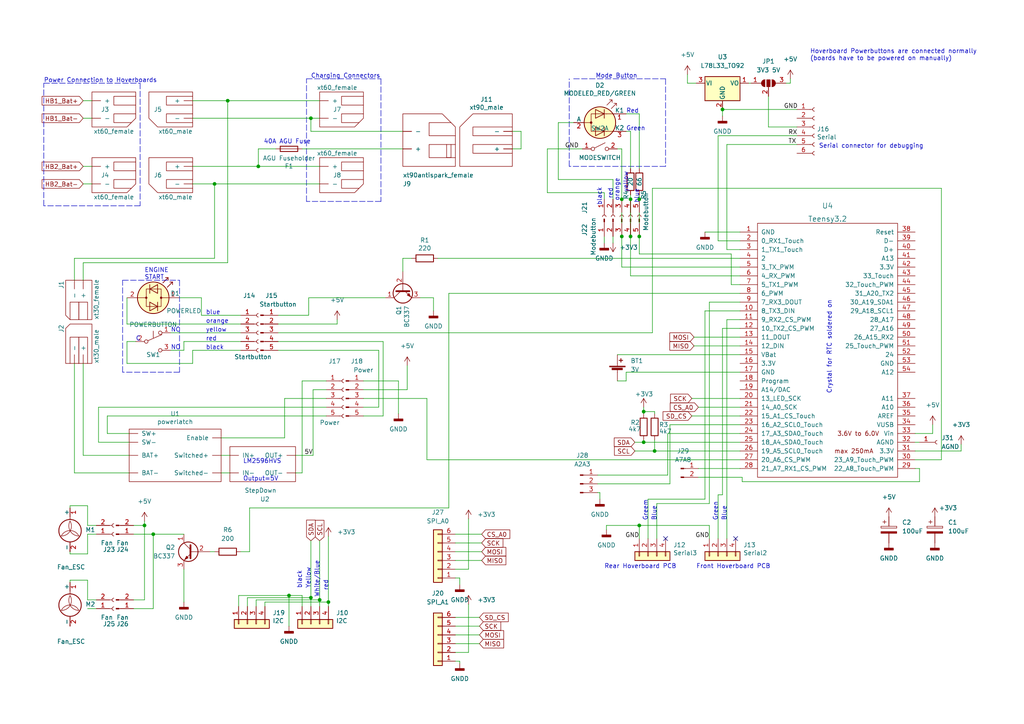
<source format=kicad_sch>
(kicad_sch (version 20211123) (generator eeschema)

  (uuid 00e38d63-5436-49db-81f5-697421f168fc)

  (paper "A4")

  

  (junction (at 62.23 53.34) (diameter 0) (color 0 0 0 0)
    (uuid 051b8cb0-ae77-4e09-98a7-bf2103319e66)
  )
  (junction (at 41.91 152.4) (diameter 0) (color 0 0 0 0)
    (uuid 08d3dd73-6f4c-4fc2-8e37-f281b85fe0d4)
  )
  (junction (at 92.71 173.99) (diameter 0) (color 0 0 0 0)
    (uuid 0b10b5dd-1068-4091-bac0-79652863a01e)
  )
  (junction (at 186.69 128.27) (diameter 0) (color 0 0 0 0)
    (uuid 0bb5c886-5f9c-4c29-83d9-f58a572fcd79)
  )
  (junction (at 90.17 34.29) (diameter 0) (color 0 0 0 0)
    (uuid 123968c6-74e7-4754-8c36-08ea08e42555)
  )
  (junction (at 44.45 154.94) (diameter 0) (color 0 0 0 0)
    (uuid 17f40a5c-3441-49ae-8b83-88ce922d0e3d)
  )
  (junction (at 182.88 57.785) (diameter 0) (color 0 0 0 0)
    (uuid 35351f64-441a-4f62-87d4-a200c91bb3de)
  )
  (junction (at 185.42 152.4) (diameter 0) (color 0 0 0 0)
    (uuid 38f3170a-b54c-4011-af49-381b27b9e9bb)
  )
  (junction (at 186.69 119.38) (diameter 0) (color 0 0 0 0)
    (uuid 40412e4d-fa67-404b-8675-fb145207776f)
  )
  (junction (at 185.42 68.58) (diameter 0) (color 0 0 0 0)
    (uuid 5037a3f1-8665-4753-8111-3cc5f01f527e)
  )
  (junction (at 83.82 172.72) (diameter 0) (color 0 0 0 0)
    (uuid 69403c96-f918-448f-9931-0f743ebdeac3)
  )
  (junction (at 74.93 48.26) (diameter 0) (color 0 0 0 0)
    (uuid 79451892-db6b-4999-916d-6392174ee493)
  )
  (junction (at 189.865 130.81) (diameter 0) (color 0 0 0 0)
    (uuid 8704d76b-52f1-45a4-966f-1d07e731c198)
  )
  (junction (at 185.42 57.785) (diameter 0) (color 0 0 0 0)
    (uuid 8b0c0bc4-8c66-4ee6-94d3-7711afdbbace)
  )
  (junction (at 209.55 31.75) (diameter 0) (color 0 0 0 0)
    (uuid 90b82718-91a8-42b9-8b5c-f55037401d9a)
  )
  (junction (at 182.88 68.58) (diameter 0) (color 0 0 0 0)
    (uuid 92ecfc54-4a5a-4f80-835f-341e5f4566e0)
  )
  (junction (at 180.34 57.785) (diameter 0) (color 0 0 0 0)
    (uuid 9654c0fa-eebe-4319-94a4-df6f955eea98)
  )
  (junction (at 180.34 68.58) (diameter 0) (color 0 0 0 0)
    (uuid 983cd6c3-109c-4c73-99a3-ba679cdd09e5)
  )
  (junction (at 95.25 174.625) (diameter 0) (color 0 0 0 0)
    (uuid ae42da24-02f4-42e7-8f2c-3c1c04118f9b)
  )
  (junction (at 90.17 173.355) (diameter 0) (color 0 0 0 0)
    (uuid e6bbf99a-2bfc-49bf-a0f1-56b03ff0b655)
  )
  (junction (at 66.04 29.21) (diameter 0) (color 0 0 0 0)
    (uuid fad4c712-0a2e-465d-a9f8-83d26bd66e37)
  )

  (no_connect (at 213.36 156.21) (uuid 57276367-9ce4-4738-88d7-6e8cb94c966c))
  (no_connect (at 193.04 156.21) (uuid 72b36951-3ec7-4569-9c88-cf9b4afe1cae))

  (wire (pts (xy 66.675 132.08) (xy 64.135 132.08))
    (stroke (width 0) (type default) (color 0 0 0 0))
    (uuid 009b5465-0a65-4237-93e7-eb65321eeb18)
  )
  (wire (pts (xy 55.88 101.6) (xy 69.85 101.6))
    (stroke (width 0) (type default) (color 0 0 0 0))
    (uuid 00f6ae70-94cc-4d50-aa7e-814bf3ec142c)
  )
  (wire (pts (xy 62.23 53.34) (xy 62.23 74.93))
    (stroke (width 0) (type default) (color 0 0 0 0))
    (uuid 02538207-54a8-4266-8d51-23871852b2ff)
  )
  (wire (pts (xy 158.75 43.18) (xy 158.75 55.88))
    (stroke (width 0) (type default) (color 0 0 0 0))
    (uuid 03b1ac56-3611-4584-aaf7-656eb89a5a58)
  )
  (wire (pts (xy 215.265 138.43) (xy 215.265 139.7))
    (stroke (width 0) (type default) (color 0 0 0 0))
    (uuid 03be6da5-418d-418a-bdc9-efc133e39230)
  )
  (wire (pts (xy 181.61 38.1) (xy 182.88 38.1))
    (stroke (width 0) (type default) (color 0 0 0 0))
    (uuid 03f57fb4-32a3-4bc6-85b9-fd8ece4a9592)
  )
  (wire (pts (xy 151.13 43.18) (xy 148.59 43.18))
    (stroke (width 0) (type default) (color 0 0 0 0))
    (uuid 04cf2f2c-74bf-400d-b4f6-201720df00ed)
  )
  (wire (pts (xy 185.42 57.785) (xy 185.42 68.58))
    (stroke (width 0) (type default) (color 0 0 0 0))
    (uuid 06407d5a-4471-4505-93e6-0953c197b726)
  )
  (wire (pts (xy 74.93 43.18) (xy 74.93 48.26))
    (stroke (width 0) (type default) (color 0 0 0 0))
    (uuid 083becc8-e25d-4206-9636-55457650bbe3)
  )
  (wire (pts (xy 132.08 167.64) (xy 133.35 167.64))
    (stroke (width 0) (type default) (color 0 0 0 0))
    (uuid 09ec5a1f-8168-4109-a329-ef099cef6d16)
  )
  (wire (pts (xy 83.82 172.72) (xy 69.215 172.72))
    (stroke (width 0) (type default) (color 0 0 0 0))
    (uuid 0a177102-b386-476a-bb78-cfa41e5981d4)
  )
  (polyline (pts (xy 12.7 59.69) (xy 12.7 24.13))
    (stroke (width 0) (type default) (color 0 0 0 0))
    (uuid 0b4c0f05-c855-4742-bad2-dbf645d5842b)
  )

  (wire (pts (xy 217.17 24.13) (xy 217.805 24.13))
    (stroke (width 0) (type default) (color 0 0 0 0))
    (uuid 0b759eb5-2b5d-497b-bde5-ba020c43a39d)
  )
  (wire (pts (xy 265.43 125.73) (xy 270.51 125.73))
    (stroke (width 0) (type default) (color 0 0 0 0))
    (uuid 0bf9b321-fb4d-49fd-9592-7ab5a99eb177)
  )
  (wire (pts (xy 90.17 156.845) (xy 90.17 173.355))
    (stroke (width 0) (type default) (color 0 0 0 0))
    (uuid 0cc9bf07-55b9-458f-b8aa-41b2f51fa940)
  )
  (wire (pts (xy 92.71 156.845) (xy 92.71 173.99))
    (stroke (width 0) (type default) (color 0 0 0 0))
    (uuid 0d5b0f48-7e11-42a1-aa49-31f1b69cb91d)
  )
  (wire (pts (xy 132.08 160.02) (xy 139.7 160.02))
    (stroke (width 0) (type default) (color 0 0 0 0))
    (uuid 0e78b584-2869-48ac-b293-95bd208efc94)
  )
  (wire (pts (xy 189.865 119.38) (xy 189.865 120.015))
    (stroke (width 0) (type default) (color 0 0 0 0))
    (uuid 0e95aa78-7bed-4b26-ac12-dbebf9e2b680)
  )
  (wire (pts (xy 31.115 120.65) (xy 31.115 125.73))
    (stroke (width 0) (type default) (color 0 0 0 0))
    (uuid 0f6a1023-ed00-4bd6-afef-ff227538c5e3)
  )
  (wire (pts (xy 177.8 52.07) (xy 177.8 57.785))
    (stroke (width 0) (type default) (color 0 0 0 0))
    (uuid 11274c77-8dea-42af-9338-4bcf2f325c89)
  )
  (wire (pts (xy 82.55 127) (xy 82.55 115.57))
    (stroke (width 0) (type default) (color 0 0 0 0))
    (uuid 1136c54b-6feb-40f7-ae6a-0f9521f82981)
  )
  (wire (pts (xy 37.465 125.73) (xy 31.115 125.73))
    (stroke (width 0) (type default) (color 0 0 0 0))
    (uuid 1199146e-a60b-416a-b503-e77d6d2892f9)
  )
  (wire (pts (xy 21.59 137.16) (xy 21.59 105.41))
    (stroke (width 0) (type default) (color 0 0 0 0))
    (uuid 12a24e86-2c38-4685-bba9-fff8dddb4cb0)
  )
  (wire (pts (xy 26.67 53.34) (xy 24.13 53.34))
    (stroke (width 0) (type default) (color 0 0 0 0))
    (uuid 12c8f4c9-cb79-4390-b96c-a717c693de17)
  )
  (wire (pts (xy 24.13 48.26) (xy 26.67 48.26))
    (stroke (width 0) (type default) (color 0 0 0 0))
    (uuid 12f8e43c-8f83-48d3-a9b5-5f3ebc0b6c43)
  )
  (wire (pts (xy 186.69 118.11) (xy 186.69 119.38))
    (stroke (width 0) (type default) (color 0 0 0 0))
    (uuid 13519fa0-f319-4568-9da1-27e7fc596e16)
  )
  (wire (pts (xy 265.43 135.89) (xy 266.7 135.89))
    (stroke (width 0) (type default) (color 0 0 0 0))
    (uuid 146a02b6-5fc7-4458-a9ed-fa5fc8409a2a)
  )
  (wire (pts (xy 20.32 146.685) (xy 25.4 146.685))
    (stroke (width 0) (type default) (color 0 0 0 0))
    (uuid 1542b558-bfe7-4e44-b051-52e954f089c4)
  )
  (wire (pts (xy 265.43 130.81) (xy 278.765 130.81))
    (stroke (width 0) (type default) (color 0 0 0 0))
    (uuid 15f2b6d5-48c4-4f31-8b9d-7d2668e7fe00)
  )
  (wire (pts (xy 209.55 95.25) (xy 209.55 143.51))
    (stroke (width 0) (type default) (color 0 0 0 0))
    (uuid 170a1464-a955-4bdc-927d-f8249fd0c04c)
  )
  (wire (pts (xy 66.04 29.21) (xy 66.04 76.2))
    (stroke (width 0) (type default) (color 0 0 0 0))
    (uuid 17ed3508-fa2e-4593-a799-bfd39a6cc14d)
  )
  (wire (pts (xy 127 74.93) (xy 214.63 74.93))
    (stroke (width 0) (type default) (color 0 0 0 0))
    (uuid 181e9518-7706-4189-a885-5e6e3aee3bb9)
  )
  (wire (pts (xy 265.43 128.27) (xy 266.7 128.27))
    (stroke (width 0) (type default) (color 0 0 0 0))
    (uuid 187ceecc-4d16-4960-b753-7e24ff594222)
  )
  (wire (pts (xy 173.99 142.875) (xy 173.99 144.78))
    (stroke (width 0) (type default) (color 0 0 0 0))
    (uuid 196efe40-82f5-438a-bcc9-0e94b5727172)
  )
  (wire (pts (xy 38.735 173.99) (xy 41.91 173.99))
    (stroke (width 0) (type default) (color 0 0 0 0))
    (uuid 1e6a20ef-296c-4f96-9891-ff8455ce839d)
  )
  (polyline (pts (xy 52.07 81.28) (xy 52.07 107.95))
    (stroke (width 0) (type default) (color 0 0 0 0))
    (uuid 1fbb0219-551e-409b-a61b-76e8cebdfb9d)
  )

  (wire (pts (xy 214.63 82.55) (xy 212.09 82.55))
    (stroke (width 0) (type default) (color 0 0 0 0))
    (uuid 1fe5bc2b-0fca-4819-a520-4615dfab4d15)
  )
  (wire (pts (xy 212.09 73.66) (xy 185.42 73.66))
    (stroke (width 0) (type default) (color 0 0 0 0))
    (uuid 21fbd3b0-5961-40f3-b1ce-d8df296cf360)
  )
  (wire (pts (xy 69.215 172.72) (xy 69.215 175.895))
    (stroke (width 0) (type default) (color 0 0 0 0))
    (uuid 25531609-ada1-438f-9524-2d6b2aacec2a)
  )
  (wire (pts (xy 215.265 139.7) (xy 266.7 139.7))
    (stroke (width 0) (type default) (color 0 0 0 0))
    (uuid 26051441-17bc-48e2-838a-cc6dd953b8d7)
  )
  (wire (pts (xy 20.32 168.275) (xy 25.4 168.275))
    (stroke (width 0) (type default) (color 0 0 0 0))
    (uuid 26301722-d82d-4669-b21f-04874a1fbca3)
  )
  (wire (pts (xy 132.08 191.77) (xy 133.35 191.77))
    (stroke (width 0) (type default) (color 0 0 0 0))
    (uuid 2721b0da-8699-4bf1-80bb-1d6b9e717c61)
  )
  (wire (pts (xy 214.63 85.09) (xy 130.175 85.09))
    (stroke (width 0) (type default) (color 0 0 0 0))
    (uuid 2762442d-9432-4074-b79b-8eeab3eaf9a7)
  )
  (polyline (pts (xy 40.64 24.13) (xy 40.64 59.69))
    (stroke (width 0) (type default) (color 0 0 0 0))
    (uuid 282c8e53-3acc-42f0-a92a-6aa976b97a93)
  )

  (wire (pts (xy 148.59 38.1) (xy 151.13 38.1))
    (stroke (width 0) (type default) (color 0 0 0 0))
    (uuid 2878a73c-5447-4cd9-8194-14f52ab9459c)
  )
  (wire (pts (xy 89.535 86.36) (xy 111.76 86.36))
    (stroke (width 0) (type default) (color 0 0 0 0))
    (uuid 28e146f5-f85f-47b5-94b5-a67c33d23635)
  )
  (wire (pts (xy 182.88 57.785) (xy 182.88 68.58))
    (stroke (width 0) (type default) (color 0 0 0 0))
    (uuid 2a71f78d-0911-4a41-a0ce-aa50e93d68c8)
  )
  (wire (pts (xy 161.925 35.56) (xy 161.925 52.07))
    (stroke (width 0) (type default) (color 0 0 0 0))
    (uuid 2b8b629c-53ef-4ac6-91d7-f1a071136889)
  )
  (wire (pts (xy 135.89 165.1) (xy 132.08 165.1))
    (stroke (width 0) (type default) (color 0 0 0 0))
    (uuid 2ba9fb94-a1fa-486c-8933-fbe2803c354e)
  )
  (wire (pts (xy 72.39 160.02) (xy 69.85 160.02))
    (stroke (width 0) (type default) (color 0 0 0 0))
    (uuid 2d84a257-2801-4282-83f8-8a08920949d3)
  )
  (wire (pts (xy 55.88 105.41) (xy 55.88 101.6))
    (stroke (width 0) (type default) (color 0 0 0 0))
    (uuid 2fd044b6-377e-455f-89e0-f4f69a117f77)
  )
  (wire (pts (xy 135.89 150.495) (xy 135.89 165.1))
    (stroke (width 0) (type default) (color 0 0 0 0))
    (uuid 3017e6b7-2d49-4427-9dc1-83cc27ee24a4)
  )
  (wire (pts (xy 185.42 152.4) (xy 185.42 156.21))
    (stroke (width 0) (type default) (color 0 0 0 0))
    (uuid 30c33e3e-fb78-498d-bffe-76273d527004)
  )
  (wire (pts (xy 209.55 31.75) (xy 209.55 33.655))
    (stroke (width 0) (type default) (color 0 0 0 0))
    (uuid 322a7fce-26c4-4bb5-ba5a-1688f26585cf)
  )
  (wire (pts (xy 80.645 96.52) (xy 189.23 96.52))
    (stroke (width 0) (type default) (color 0 0 0 0))
    (uuid 32380bb4-3280-497e-9558-7a21f00e00dd)
  )
  (wire (pts (xy 202.565 135.89) (xy 214.63 135.89))
    (stroke (width 0) (type default) (color 0 0 0 0))
    (uuid 328720cf-ed6a-48e4-9e7f-fa936343671b)
  )
  (wire (pts (xy 20.32 168.91) (xy 20.32 168.275))
    (stroke (width 0) (type default) (color 0 0 0 0))
    (uuid 33072d10-86aa-4a72-9898-01c2c9b5842e)
  )
  (wire (pts (xy 27.94 176.53) (xy 25.4 176.53))
    (stroke (width 0) (type default) (color 0 0 0 0))
    (uuid 34e399b2-48be-42f9-842e-e3b66c7c06bb)
  )
  (wire (pts (xy 209.55 143.51) (xy 208.28 143.51))
    (stroke (width 0) (type default) (color 0 0 0 0))
    (uuid 34eb38bf-2fc7-4a28-893e-3d3609a85d23)
  )
  (wire (pts (xy 41.91 151.13) (xy 41.91 152.4))
    (stroke (width 0) (type default) (color 0 0 0 0))
    (uuid 35a7735a-ee25-458f-bb48-cd448dcda5d3)
  )
  (wire (pts (xy 62.23 53.34) (xy 92.71 53.34))
    (stroke (width 0) (type default) (color 0 0 0 0))
    (uuid 35c09d1f-2914-4d1e-a002-df30af772f3b)
  )
  (wire (pts (xy 24.13 76.2) (xy 24.13 81.28))
    (stroke (width 0) (type default) (color 0 0 0 0))
    (uuid 35ef9c4a-35f6-467b-a704-b1d9354880cf)
  )
  (wire (pts (xy 25.4 154.94) (xy 25.4 160.655))
    (stroke (width 0) (type default) (color 0 0 0 0))
    (uuid 39ae077c-5133-4896-9953-71244e980cb5)
  )
  (wire (pts (xy 123.825 115.57) (xy 123.825 133.35))
    (stroke (width 0) (type default) (color 0 0 0 0))
    (uuid 39d7e422-7f67-4268-a2ed-2db52be51cae)
  )
  (wire (pts (xy 158.75 43.18) (xy 168.91 43.18))
    (stroke (width 0) (type default) (color 0 0 0 0))
    (uuid 3a41dd27-ec14-44d5-b505-aad1d829f79a)
  )
  (wire (pts (xy 38.735 154.94) (xy 44.45 154.94))
    (stroke (width 0) (type default) (color 0 0 0 0))
    (uuid 3bc3df81-b30e-4a41-a38c-bca401c1fdb4)
  )
  (wire (pts (xy 132.08 181.61) (xy 139.065 181.61))
    (stroke (width 0) (type default) (color 0 0 0 0))
    (uuid 3bce23fc-cdab-4616-8963-9c1f94f76e8b)
  )
  (wire (pts (xy 94.615 120.65) (xy 31.115 120.65))
    (stroke (width 0) (type default) (color 0 0 0 0))
    (uuid 3bdb6e74-df98-4382-9a1e-8b7b42de8b63)
  )
  (wire (pts (xy 132.08 184.15) (xy 139.065 184.15))
    (stroke (width 0) (type default) (color 0 0 0 0))
    (uuid 3be16d8f-c504-4be9-bb1b-a581c1c2e941)
  )
  (wire (pts (xy 199.39 24.13) (xy 199.39 21.59))
    (stroke (width 0) (type default) (color 0 0 0 0))
    (uuid 3cd14580-9b18-43b9-b012-256b77a63300)
  )
  (wire (pts (xy 24.13 132.08) (xy 37.465 132.08))
    (stroke (width 0) (type default) (color 0 0 0 0))
    (uuid 3e0392c0-affc-4114-9de5-1f1cfe79418a)
  )
  (wire (pts (xy 87.63 43.18) (xy 116.84 43.18))
    (stroke (width 0) (type default) (color 0 0 0 0))
    (uuid 3e3d55c8-e0ea-48fb-8421-a84b7cb7055b)
  )
  (wire (pts (xy 109.855 118.11) (xy 105.41 118.11))
    (stroke (width 0) (type default) (color 0 0 0 0))
    (uuid 40b818f1-4e71-4cf3-bfaf-cb1b72326814)
  )
  (wire (pts (xy 66.04 29.21) (xy 92.71 29.21))
    (stroke (width 0) (type default) (color 0 0 0 0))
    (uuid 422b10b9-e829-44a2-8808-05edd8cb3050)
  )
  (wire (pts (xy 92.71 173.99) (xy 74.295 173.99))
    (stroke (width 0) (type default) (color 0 0 0 0))
    (uuid 4254ab22-9d9b-4884-a1f8-0bb4242f8894)
  )
  (wire (pts (xy 270.51 125.73) (xy 270.51 123.19))
    (stroke (width 0) (type default) (color 0 0 0 0))
    (uuid 44a31d09-65ce-45e2-98f9-0649161b54b4)
  )
  (wire (pts (xy 158.75 55.88) (xy 175.26 55.88))
    (stroke (width 0) (type default) (color 0 0 0 0))
    (uuid 44d10368-2885-4218-b8f1-52a5fde92cb3)
  )
  (wire (pts (xy 214.63 77.47) (xy 180.34 77.47))
    (stroke (width 0) (type default) (color 0 0 0 0))
    (uuid 44dee830-40ed-4a00-8c4e-ba626f32dc1e)
  )
  (wire (pts (xy 25.4 168.275) (xy 25.4 173.99))
    (stroke (width 0) (type default) (color 0 0 0 0))
    (uuid 46fa1be4-d517-4eaf-a68b-dce661fc076c)
  )
  (wire (pts (xy 278.765 130.81) (xy 278.765 128.905))
    (stroke (width 0) (type default) (color 0 0 0 0))
    (uuid 474c69f2-d47e-44b5-9fe8-4f70b718e8d8)
  )
  (wire (pts (xy 90.17 38.1) (xy 90.17 34.29))
    (stroke (width 0) (type default) (color 0 0 0 0))
    (uuid 475ed8b3-90bf-48cd-bce5-d8f48b689541)
  )
  (wire (pts (xy 205.74 146.05) (xy 205.74 87.63))
    (stroke (width 0) (type default) (color 0 0 0 0))
    (uuid 49df14a4-9231-4e0c-8be6-325780f5026d)
  )
  (wire (pts (xy 89.535 91.44) (xy 89.535 86.36))
    (stroke (width 0) (type default) (color 0 0 0 0))
    (uuid 4abd83b2-2075-4fec-a627-5a1558b56d3f)
  )
  (wire (pts (xy 190.5 156.21) (xy 190.5 146.05))
    (stroke (width 0) (type default) (color 0 0 0 0))
    (uuid 4c843bdb-6c9e-40dd-85e2-0567846e18ba)
  )
  (wire (pts (xy 123.825 133.35) (xy 214.63 133.35))
    (stroke (width 0) (type default) (color 0 0 0 0))
    (uuid 4d35d179-1fe5-442a-89de-d0579ca2bbc5)
  )
  (wire (pts (xy 105.41 115.57) (xy 123.825 115.57))
    (stroke (width 0) (type default) (color 0 0 0 0))
    (uuid 4dbb109d-2431-40ac-8260-8df88fdef5cd)
  )
  (wire (pts (xy 184.15 128.27) (xy 186.69 128.27))
    (stroke (width 0) (type default) (color 0 0 0 0))
    (uuid 4fdf05e9-f289-448e-914a-b6881900d6c1)
  )
  (wire (pts (xy 90.17 173.355) (xy 90.17 175.895))
    (stroke (width 0) (type default) (color 0 0 0 0))
    (uuid 50511df0-cbe7-4439-9e9c-f26e04b637db)
  )
  (wire (pts (xy 189.23 54.61) (xy 189.23 96.52))
    (stroke (width 0) (type default) (color 0 0 0 0))
    (uuid 51909adb-2e51-4572-af12-85a12663ac96)
  )
  (wire (pts (xy 193.675 125.73) (xy 214.63 125.73))
    (stroke (width 0) (type default) (color 0 0 0 0))
    (uuid 530ea4c9-0761-4c55-b00d-e28a9768a955)
  )
  (wire (pts (xy 36.83 93.98) (xy 36.83 86.36))
    (stroke (width 0) (type default) (color 0 0 0 0))
    (uuid 53e34696-241f-47e5-a477-f469335c8a61)
  )
  (wire (pts (xy 58.42 91.44) (xy 69.85 91.44))
    (stroke (width 0) (type default) (color 0 0 0 0))
    (uuid 547eeec1-a95c-431b-95a4-2ff936d52170)
  )
  (wire (pts (xy 119.38 74.93) (xy 116.84 74.93))
    (stroke (width 0) (type default) (color 0 0 0 0))
    (uuid 54dfed87-fbe5-47ab-b620-2d6ba5ea0bcb)
  )
  (wire (pts (xy 87.63 172.72) (xy 83.82 172.72))
    (stroke (width 0) (type default) (color 0 0 0 0))
    (uuid 55c7ef39-b251-4a11-94d4-60a109929c6f)
  )
  (wire (pts (xy 205.74 152.4) (xy 205.74 156.21))
    (stroke (width 0) (type default) (color 0 0 0 0))
    (uuid 58d71c09-ba53-43d7-9fc9-7054806963d2)
  )
  (wire (pts (xy 177.8 68.58) (xy 177.8 70.485))
    (stroke (width 0) (type default) (color 0 0 0 0))
    (uuid 58dfd4b5-1213-4f4d-8f38-79c6f352f825)
  )
  (wire (pts (xy 36.83 99.06) (xy 36.83 105.41))
    (stroke (width 0) (type default) (color 0 0 0 0))
    (uuid 58e8a243-dbf1-46ec-a9ca-62db6c046a4b)
  )
  (wire (pts (xy 94.615 118.11) (xy 28.575 118.11))
    (stroke (width 0) (type default) (color 0 0 0 0))
    (uuid 5a040418-8644-4cf8-9de0-ba3624649e9e)
  )
  (wire (pts (xy 116.84 74.93) (xy 116.84 78.74))
    (stroke (width 0) (type default) (color 0 0 0 0))
    (uuid 5a1c01fb-cf82-4e17-9a62-00e0a3adba47)
  )
  (wire (pts (xy 182.88 68.58) (xy 182.88 80.01))
    (stroke (width 0) (type default) (color 0 0 0 0))
    (uuid 5ae7ec9d-f872-4d2d-a4c4-ccac7b92dc87)
  )
  (wire (pts (xy 94.615 113.03) (xy 90.805 113.03))
    (stroke (width 0) (type default) (color 0 0 0 0))
    (uuid 5b15d041-2d51-4c90-8164-397806011835)
  )
  (wire (pts (xy 95.25 174.625) (xy 95.25 175.895))
    (stroke (width 0) (type default) (color 0 0 0 0))
    (uuid 5c3c20ac-7d6a-4a6a-8d79-b176608d957f)
  )
  (wire (pts (xy 76.835 175.895) (xy 76.835 174.625))
    (stroke (width 0) (type default) (color 0 0 0 0))
    (uuid 5dba2df1-c0a7-451c-ad63-7260d7b1f5a8)
  )
  (wire (pts (xy 55.88 29.21) (xy 66.04 29.21))
    (stroke (width 0) (type default) (color 0 0 0 0))
    (uuid 5f312b85-6822-40a3-b417-2df49696ca2d)
  )
  (wire (pts (xy 24.13 29.21) (xy 26.67 29.21))
    (stroke (width 0) (type default) (color 0 0 0 0))
    (uuid 5f38bdb2-3657-474e-8e86-d6bb0b298110)
  )
  (wire (pts (xy 74.295 173.99) (xy 74.295 175.895))
    (stroke (width 0) (type default) (color 0 0 0 0))
    (uuid 6064ea35-013e-4b86-a6c4-39586d23a64c)
  )
  (wire (pts (xy 182.88 56.515) (xy 182.88 57.785))
    (stroke (width 0) (type default) (color 0 0 0 0))
    (uuid 613cedd3-6317-45b7-905c-7688baf53bf3)
  )
  (wire (pts (xy 209.55 31.75) (xy 231.14 31.75))
    (stroke (width 0) (type default) (color 0 0 0 0))
    (uuid 6202b522-e646-49af-83e4-b5d7844d80bd)
  )
  (wire (pts (xy 25.4 146.685) (xy 25.4 152.4))
    (stroke (width 0) (type default) (color 0 0 0 0))
    (uuid 62880b37-7f4d-4027-be35-87ea11b9bfce)
  )
  (wire (pts (xy 115.57 120.015) (xy 115.57 110.49))
    (stroke (width 0) (type default) (color 0 0 0 0))
    (uuid 62a6d334-f451-48c1-bbb3-2e2aacab4352)
  )
  (wire (pts (xy 194.31 123.19) (xy 214.63 123.19))
    (stroke (width 0) (type default) (color 0 0 0 0))
    (uuid 62bfa5ee-896d-42a1-8a5e-5e1301811401)
  )
  (wire (pts (xy 25.4 173.99) (xy 27.94 173.99))
    (stroke (width 0) (type default) (color 0 0 0 0))
    (uuid 62c26a31-4bf5-4a49-846e-2a9deae7bdd9)
  )
  (wire (pts (xy 182.88 38.1) (xy 182.88 48.895))
    (stroke (width 0) (type default) (color 0 0 0 0))
    (uuid 62e8c4d4-266c-4e53-8981-1028251d724c)
  )
  (wire (pts (xy 208.28 69.85) (xy 208.28 39.37))
    (stroke (width 0) (type default) (color 0 0 0 0))
    (uuid 63884a0c-3153-4b16-b576-b3d0570549ad)
  )
  (wire (pts (xy 130.175 85.09) (xy 130.175 147.32))
    (stroke (width 0) (type default) (color 0 0 0 0))
    (uuid 649506bc-e737-4d40-826c-c9ae6cf7999f)
  )
  (wire (pts (xy 204.47 90.17) (xy 204.47 144.78))
    (stroke (width 0) (type default) (color 0 0 0 0))
    (uuid 64a82c13-23a0-425e-9d2f-c51801b5f76e)
  )
  (wire (pts (xy 37.465 137.16) (xy 21.59 137.16))
    (stroke (width 0) (type default) (color 0 0 0 0))
    (uuid 6513181c-0a6a-4560-9a18-17450c36ae2a)
  )
  (wire (pts (xy 38.735 176.53) (xy 44.45 176.53))
    (stroke (width 0) (type default) (color 0 0 0 0))
    (uuid 655a4dd6-df89-48f2-a803-643990d058bd)
  )
  (wire (pts (xy 208.28 39.37) (xy 231.14 39.37))
    (stroke (width 0) (type default) (color 0 0 0 0))
    (uuid 65b9a046-bb8f-42cd-b846-d3362b0ef51f)
  )
  (wire (pts (xy 175.895 152.4) (xy 185.42 152.4))
    (stroke (width 0) (type default) (color 0 0 0 0))
    (uuid 68422ffc-83e4-42e5-b1dc-f3b10be98daf)
  )
  (polyline (pts (xy 165.1 48.26) (xy 165.1 22.86))
    (stroke (width 0) (type default) (color 0 0 0 0))
    (uuid 6ac3ab53-7523-4805-bfd2-5de19dff127e)
  )

  (wire (pts (xy 202.565 118.11) (xy 214.63 118.11))
    (stroke (width 0) (type default) (color 0 0 0 0))
    (uuid 6b341153-e6a9-446e-a41f-f0b6803ef98d)
  )
  (wire (pts (xy 133.35 167.64) (xy 133.35 169.545))
    (stroke (width 0) (type default) (color 0 0 0 0))
    (uuid 6bb2c937-e8ff-43d0-9b06-456594eb25e9)
  )
  (wire (pts (xy 36.83 99.06) (xy 39.37 99.06))
    (stroke (width 0) (type default) (color 0 0 0 0))
    (uuid 6bd115d6-07e0-45db-8f2e-3cbb0429104f)
  )
  (wire (pts (xy 125.73 86.36) (xy 125.73 90.17))
    (stroke (width 0) (type default) (color 0 0 0 0))
    (uuid 6cb93665-0bcd-4104-8633-fffd1811eee0)
  )
  (wire (pts (xy 204.47 67.31) (xy 214.63 67.31))
    (stroke (width 0) (type default) (color 0 0 0 0))
    (uuid 6d660d44-2237-493b-a881-7e0ebb385c2c)
  )
  (wire (pts (xy 115.57 110.49) (xy 105.41 110.49))
    (stroke (width 0) (type default) (color 0 0 0 0))
    (uuid 6fb78646-375d-4e04-bdf3-192bdf9fa3e4)
  )
  (wire (pts (xy 214.63 90.17) (xy 204.47 90.17))
    (stroke (width 0) (type default) (color 0 0 0 0))
    (uuid 6fe0cc28-1be0-4954-b1df-068cf34b34b8)
  )
  (wire (pts (xy 187.96 156.21) (xy 187.96 144.78))
    (stroke (width 0) (type default) (color 0 0 0 0))
    (uuid 6ffdf05e-e119-49f9-85e9-13e4901df42a)
  )
  (wire (pts (xy 20.32 160.655) (xy 20.32 160.02))
    (stroke (width 0) (type default) (color 0 0 0 0))
    (uuid 707520b4-cacf-45dc-bb64-b15608f9208f)
  )
  (wire (pts (xy 38.735 152.4) (xy 41.91 152.4))
    (stroke (width 0) (type default) (color 0 0 0 0))
    (uuid 716ce140-e601-44e8-935e-856b42be6077)
  )
  (wire (pts (xy 186.69 119.38) (xy 189.865 119.38))
    (stroke (width 0) (type default) (color 0 0 0 0))
    (uuid 719e9152-e8ec-4038-bff3-e10dc6873da6)
  )
  (wire (pts (xy 111.125 120.65) (xy 111.125 99.06))
    (stroke (width 0) (type default) (color 0 0 0 0))
    (uuid 71b43be9-08f7-4641-91ab-0e786ed1182f)
  )
  (wire (pts (xy 80.01 43.18) (xy 74.93 43.18))
    (stroke (width 0) (type default) (color 0 0 0 0))
    (uuid 725cdf26-4b92-46db-bca9-10d930002dda)
  )
  (wire (pts (xy 80.645 101.6) (xy 109.855 101.6))
    (stroke (width 0) (type default) (color 0 0 0 0))
    (uuid 72c5b5dc-7d0c-4e1d-aa45-7f2d6eeb3e27)
  )
  (wire (pts (xy 189.865 130.81) (xy 214.63 130.81))
    (stroke (width 0) (type default) (color 0 0 0 0))
    (uuid 7468e343-8d98-49cd-b0f3-87e6dfd3c57b)
  )
  (wire (pts (xy 180.34 43.18) (xy 180.34 57.785))
    (stroke (width 0) (type default) (color 0 0 0 0))
    (uuid 75c8508a-aa91-42ac-a3e8-5f7b38c6618f)
  )
  (wire (pts (xy 20.32 160.655) (xy 25.4 160.655))
    (stroke (width 0) (type default) (color 0 0 0 0))
    (uuid 782ab777-440f-4045-a4c0-f73ddee70716)
  )
  (wire (pts (xy 118.11 113.03) (xy 105.41 113.03))
    (stroke (width 0) (type default) (color 0 0 0 0))
    (uuid 78fc26a2-c6aa-4020-b71c-d7cbb33d50cf)
  )
  (wire (pts (xy 161.925 35.56) (xy 166.37 35.56))
    (stroke (width 0) (type default) (color 0 0 0 0))
    (uuid 7a2b8997-41f5-4d37-9b4a-91e13dfae36c)
  )
  (wire (pts (xy 74.93 48.26) (xy 92.71 48.26))
    (stroke (width 0) (type default) (color 0 0 0 0))
    (uuid 7acd513a-187b-4936-9f93-2e521ce33ad5)
  )
  (polyline (pts (xy 52.07 107.95) (xy 35.56 107.95))
    (stroke (width 0) (type default) (color 0 0 0 0))
    (uuid 7bfba61b-6752-4a45-9ee6-5984dcb15041)
  )

  (wire (pts (xy 82.55 115.57) (xy 94.615 115.57))
    (stroke (width 0) (type default) (color 0 0 0 0))
    (uuid 7dfa12dd-0cd0-4759-964c-4ba3aef8bb58)
  )
  (wire (pts (xy 175.26 68.58) (xy 175.26 70.485))
    (stroke (width 0) (type default) (color 0 0 0 0))
    (uuid 7f1579b0-7b58-4eea-a427-d38d2582d3aa)
  )
  (wire (pts (xy 60.96 160.02) (xy 62.23 160.02))
    (stroke (width 0) (type default) (color 0 0 0 0))
    (uuid 7f664a3c-9748-45a7-a189-4712ada62fe7)
  )
  (wire (pts (xy 265.43 133.35) (xy 273.05 133.35))
    (stroke (width 0) (type default) (color 0 0 0 0))
    (uuid 81d962a1-f4fc-43bc-9dbe-9b5a35c18019)
  )
  (wire (pts (xy 90.805 113.03) (xy 90.805 132.08))
    (stroke (width 0) (type default) (color 0 0 0 0))
    (uuid 823c34d4-e27b-470a-9b98-977c836aa764)
  )
  (polyline (pts (xy 40.64 59.69) (xy 12.7 59.69))
    (stroke (width 0) (type default) (color 0 0 0 0))
    (uuid 83c5181e-f5ee-453c-ae5c-d7256ba8837d)
  )

  (wire (pts (xy 181.61 33.02) (xy 185.42 33.02))
    (stroke (width 0) (type default) (color 0 0 0 0))
    (uuid 844d7d7a-b386-45a8-aaf6-bf41bbcb43b5)
  )
  (wire (pts (xy 173.355 140.335) (xy 194.31 140.335))
    (stroke (width 0) (type default) (color 0 0 0 0))
    (uuid 85827b25-c667-4d1b-8921-52bdc5430650)
  )
  (wire (pts (xy 53.34 165.1) (xy 53.34 174.625))
    (stroke (width 0) (type default) (color 0 0 0 0))
    (uuid 885d043f-b4c9-4eb2-820d-d417cb4bc866)
  )
  (polyline (pts (xy 88.9 22.86) (xy 110.49 22.86))
    (stroke (width 0) (type default) (color 0 0 0 0))
    (uuid 888fd7cb-2fc6-480c-bcfa-0b71303087d3)
  )

  (wire (pts (xy 71.755 173.355) (xy 90.17 173.355))
    (stroke (width 0) (type default) (color 0 0 0 0))
    (uuid 89607785-50a6-412e-9773-1e085f5b77fa)
  )
  (wire (pts (xy 36.83 93.98) (xy 69.85 93.98))
    (stroke (width 0) (type default) (color 0 0 0 0))
    (uuid 8aeae536-fd36-430e-be47-1a856eced2fc)
  )
  (wire (pts (xy 87.63 110.49) (xy 94.615 110.49))
    (stroke (width 0) (type default) (color 0 0 0 0))
    (uuid 8b61a8d2-0056-4f41-829d-4d87fa944b28)
  )
  (wire (pts (xy 28.575 118.11) (xy 28.575 128.27))
    (stroke (width 0) (type default) (color 0 0 0 0))
    (uuid 8b99dc7a-2e02-445b-a6cf-b55663646f65)
  )
  (wire (pts (xy 181.61 110.49) (xy 179.07 110.49))
    (stroke (width 0) (type default) (color 0 0 0 0))
    (uuid 8cb3cff4-5ab5-48e7-bf9f-51e859cf7f20)
  )
  (wire (pts (xy 71.755 175.895) (xy 71.755 173.355))
    (stroke (width 0) (type default) (color 0 0 0 0))
    (uuid 8d023456-8ad9-4f7e-897d-e73ffdb4933e)
  )
  (wire (pts (xy 55.88 48.26) (xy 74.93 48.26))
    (stroke (width 0) (type default) (color 0 0 0 0))
    (uuid 8e295ed4-82cb-4d9f-8888-7ad2dd4d5129)
  )
  (wire (pts (xy 222.885 27.94) (xy 222.885 36.83))
    (stroke (width 0) (type default) (color 0 0 0 0))
    (uuid 90e4b67e-0a6e-42bc-93bf-45939b80c9b6)
  )
  (wire (pts (xy 179.07 43.18) (xy 180.34 43.18))
    (stroke (width 0) (type default) (color 0 0 0 0))
    (uuid 90e761f6-1432-4f73-ad28-fa8869b7ec31)
  )
  (wire (pts (xy 118.11 106.045) (xy 118.11 113.03))
    (stroke (width 0) (type default) (color 0 0 0 0))
    (uuid 940380cb-8cf9-45b8-b600-7d8ce8a785d6)
  )
  (wire (pts (xy 151.13 38.1) (xy 151.13 43.18))
    (stroke (width 0) (type default) (color 0 0 0 0))
    (uuid 955cc99e-a129-42cf-abc7-aa99813fdb5f)
  )
  (wire (pts (xy 229.235 22.86) (xy 229.235 24.13))
    (stroke (width 0) (type default) (color 0 0 0 0))
    (uuid 95e06b65-459a-4ab7-a258-2019fd7c750c)
  )
  (wire (pts (xy 53.34 99.06) (xy 69.85 99.06))
    (stroke (width 0) (type default) (color 0 0 0 0))
    (uuid 965dcc1b-b3f1-4059-96bc-33cc40cfb1c9)
  )
  (wire (pts (xy 132.08 189.23) (xy 135.89 189.23))
    (stroke (width 0) (type default) (color 0 0 0 0))
    (uuid 96b1672c-107c-4f66-9cdb-f0ef0147a931)
  )
  (wire (pts (xy 21.59 74.93) (xy 62.23 74.93))
    (stroke (width 0) (type default) (color 0 0 0 0))
    (uuid 974c48bf-534e-4335-98e1-b0426c783e99)
  )
  (wire (pts (xy 201.295 97.79) (xy 214.63 97.79))
    (stroke (width 0) (type default) (color 0 0 0 0))
    (uuid 97b85742-d338-4986-b5da-fb7c945b794b)
  )
  (wire (pts (xy 181.61 107.95) (xy 181.61 110.49))
    (stroke (width 0) (type default) (color 0 0 0 0))
    (uuid 983222ce-bc82-4fbc-a4be-4b8a3f9905a5)
  )
  (wire (pts (xy 64.135 127) (xy 82.55 127))
    (stroke (width 0) (type default) (color 0 0 0 0))
    (uuid 98b00c9d-9188-4bce-aa70-92d12dd9cf82)
  )
  (wire (pts (xy 55.88 53.34) (xy 62.23 53.34))
    (stroke (width 0) (type default) (color 0 0 0 0))
    (uuid 99186658-0361-40ba-ae93-62f23c5622e6)
  )
  (polyline (pts (xy 35.56 81.28) (xy 52.07 81.28))
    (stroke (width 0) (type default) (color 0 0 0 0))
    (uuid 99332785-d9f1-4363-9377-26ddc18e6d2c)
  )

  (wire (pts (xy 204.47 144.78) (xy 187.96 144.78))
    (stroke (width 0) (type default) (color 0 0 0 0))
    (uuid 99837fd0-a0a4-4343-8445-986091adde32)
  )
  (wire (pts (xy 97.79 93.98) (xy 97.79 92.71))
    (stroke (width 0) (type default) (color 0 0 0 0))
    (uuid 9992e006-0501-402a-9275-a5a0d8af71f1)
  )
  (polyline (pts (xy 35.56 107.95) (xy 35.56 81.28))
    (stroke (width 0) (type default) (color 0 0 0 0))
    (uuid 99dfa524-0366-4808-b4e8-328fc38e8656)
  )

  (wire (pts (xy 190.5 146.05) (xy 205.74 146.05))
    (stroke (width 0) (type default) (color 0 0 0 0))
    (uuid 9a970ac1-63cf-40d6-bc9a-be6411b01438)
  )
  (wire (pts (xy 179.07 102.87) (xy 214.63 102.87))
    (stroke (width 0) (type default) (color 0 0 0 0))
    (uuid 9d671c06-86f9-4e89-a7da-6f87b0b7d806)
  )
  (wire (pts (xy 20.32 147.32) (xy 20.32 146.685))
    (stroke (width 0) (type default) (color 0 0 0 0))
    (uuid 9ed2e82a-459f-49e0-a3a3-7e6e749f942c)
  )
  (polyline (pts (xy 193.04 22.86) (xy 193.04 48.26))
    (stroke (width 0) (type default) (color 0 0 0 0))
    (uuid a07b6b2b-7179-4297-b163-5e47ffbe76d3)
  )

  (wire (pts (xy 72.39 147.32) (xy 72.39 160.02))
    (stroke (width 0) (type default) (color 0 0 0 0))
    (uuid a1d929f8-3a0d-4870-a15e-1c1a86c261e8)
  )
  (wire (pts (xy 214.63 80.01) (xy 182.88 80.01))
    (stroke (width 0) (type default) (color 0 0 0 0))
    (uuid a2ce8f9b-adf1-448a-bac0-2619d7ebe60c)
  )
  (wire (pts (xy 185.42 33.02) (xy 185.42 48.895))
    (stroke (width 0) (type default) (color 0 0 0 0))
    (uuid a62609cd-29b7-4918-b97d-7b2404ba61cf)
  )
  (polyline (pts (xy 110.49 22.86) (xy 110.49 58.42))
    (stroke (width 0) (type default) (color 0 0 0 0))
    (uuid a92f3b72-ed6d-4d99-9da6-35771bec3c77)
  )

  (wire (pts (xy 76.835 174.625) (xy 95.25 174.625))
    (stroke (width 0) (type default) (color 0 0 0 0))
    (uuid a9ca165e-67b7-4a4f-a54c-ac2675edd3b2)
  )
  (wire (pts (xy 66.675 137.16) (xy 64.135 137.16))
    (stroke (width 0) (type default) (color 0 0 0 0))
    (uuid aa130053-a451-4f12-97f7-3d4d891a5f83)
  )
  (polyline (pts (xy 110.49 58.42) (xy 88.9 58.42))
    (stroke (width 0) (type default) (color 0 0 0 0))
    (uuid aa1c6f47-cbd4-4cbd-8265-e5ac08b7ffc8)
  )

  (wire (pts (xy 200.66 120.65) (xy 214.63 120.65))
    (stroke (width 0) (type default) (color 0 0 0 0))
    (uuid aa2eacdf-1a2e-4d23-b912-06ac5f7ded68)
  )
  (wire (pts (xy 132.08 154.94) (xy 139.7 154.94))
    (stroke (width 0) (type default) (color 0 0 0 0))
    (uuid ab0f8664-d5a3-4b53-8cc3-378b631c9ad2)
  )
  (wire (pts (xy 44.45 176.53) (xy 44.45 154.94))
    (stroke (width 0) (type default) (color 0 0 0 0))
    (uuid ab9204f6-3305-4fe4-b4ac-f575a6713586)
  )
  (wire (pts (xy 28.575 128.27) (xy 37.465 128.27))
    (stroke (width 0) (type default) (color 0 0 0 0))
    (uuid adefd5fd-1346-4fc3-a57d-6354539839d7)
  )
  (wire (pts (xy 201.295 100.33) (xy 214.63 100.33))
    (stroke (width 0) (type default) (color 0 0 0 0))
    (uuid adf5cd69-75e2-44f4-b1c3-4e8793ef0d28)
  )
  (wire (pts (xy 41.91 152.4) (xy 41.91 173.99))
    (stroke (width 0) (type default) (color 0 0 0 0))
    (uuid b0660e11-ddb6-4a62-be7e-ad208b979ad4)
  )
  (wire (pts (xy 175.895 152.4) (xy 175.895 153.67))
    (stroke (width 0) (type default) (color 0 0 0 0))
    (uuid b0662d8d-790a-4837-b04c-d8dff48e41b3)
  )
  (wire (pts (xy 205.74 87.63) (xy 214.63 87.63))
    (stroke (width 0) (type default) (color 0 0 0 0))
    (uuid b09ae3e0-9b16-4a90-b478-4499f6711690)
  )
  (wire (pts (xy 132.08 157.48) (xy 139.7 157.48))
    (stroke (width 0) (type default) (color 0 0 0 0))
    (uuid b16abbd0-e4cb-40d4-98e5-66d17adc4be4)
  )
  (wire (pts (xy 210.82 92.71) (xy 210.82 156.21))
    (stroke (width 0) (type default) (color 0 0 0 0))
    (uuid b1eaf136-b1ad-42e8-be46-7f4e8def2e37)
  )
  (wire (pts (xy 80.645 91.44) (xy 89.535 91.44))
    (stroke (width 0) (type default) (color 0 0 0 0))
    (uuid b1eb6044-90f9-45c4-bcd7-fc6d92ca931d)
  )
  (wire (pts (xy 210.82 41.91) (xy 210.82 72.39))
    (stroke (width 0) (type default) (color 0 0 0 0))
    (uuid b2c14d5a-b0fd-41f3-b660-f8ce92051c01)
  )
  (wire (pts (xy 105.41 120.65) (xy 111.125 120.65))
    (stroke (width 0) (type default) (color 0 0 0 0))
    (uuid b4314ea9-04bb-4268-962f-e7396df6ea02)
  )
  (wire (pts (xy 27.94 154.94) (xy 25.4 154.94))
    (stroke (width 0) (type default) (color 0 0 0 0))
    (uuid b571e1d8-c5c1-48ac-a7e3-34664a01c974)
  )
  (wire (pts (xy 186.69 119.38) (xy 186.69 120.015))
    (stroke (width 0) (type default) (color 0 0 0 0))
    (uuid b67e1b48-8c27-4c21-990d-f9ebbc1e0597)
  )
  (wire (pts (xy 80.645 93.98) (xy 97.79 93.98))
    (stroke (width 0) (type default) (color 0 0 0 0))
    (uuid b7e38b71-6d85-4ad8-86ce-f4ab1ba6f773)
  )
  (wire (pts (xy 161.925 52.07) (xy 177.8 52.07))
    (stroke (width 0) (type default) (color 0 0 0 0))
    (uuid b9858390-3c52-4708-9763-39c76728af56)
  )
  (wire (pts (xy 130.175 147.32) (xy 72.39 147.32))
    (stroke (width 0) (type default) (color 0 0 0 0))
    (uuid b9a83e65-82a0-4c2a-b56b-bce5009d20f7)
  )
  (wire (pts (xy 95.25 155.575) (xy 95.25 174.625))
    (stroke (width 0) (type default) (color 0 0 0 0))
    (uuid ba24d722-243f-45ee-b521-7865e70d35e3)
  )
  (wire (pts (xy 201.93 24.13) (xy 199.39 24.13))
    (stroke (width 0) (type default) (color 0 0 0 0))
    (uuid bc33c945-8510-4f7a-9a27-249be5964af0)
  )
  (wire (pts (xy 184.15 130.81) (xy 189.865 130.81))
    (stroke (width 0) (type default) (color 0 0 0 0))
    (uuid bc7a2468-32b3-4b79-85cd-4436ca556dc4)
  )
  (wire (pts (xy 273.05 54.61) (xy 189.23 54.61))
    (stroke (width 0) (type default) (color 0 0 0 0))
    (uuid bd33b194-268e-44c3-b0b1-b7463d83fbac)
  )
  (wire (pts (xy 132.08 179.07) (xy 139.065 179.07))
    (stroke (width 0) (type default) (color 0 0 0 0))
    (uuid bf2d9170-305c-4572-8df6-eade0284a305)
  )
  (wire (pts (xy 49.53 96.52) (xy 69.85 96.52))
    (stroke (width 0) (type default) (color 0 0 0 0))
    (uuid c05406da-4334-464f-bb93-fbd722076165)
  )
  (wire (pts (xy 132.08 186.69) (xy 139.065 186.69))
    (stroke (width 0) (type default) (color 0 0 0 0))
    (uuid c3d7ef96-01f7-4013-b5ae-83025d220958)
  )
  (wire (pts (xy 185.42 152.4) (xy 205.74 152.4))
    (stroke (width 0) (type default) (color 0 0 0 0))
    (uuid c3df6ceb-e872-4ab1-aee6-ba2bcf639497)
  )
  (wire (pts (xy 200.66 115.57) (xy 214.63 115.57))
    (stroke (width 0) (type default) (color 0 0 0 0))
    (uuid c3f5a2f0-2616-416d-8494-b3bd672417e3)
  )
  (wire (pts (xy 193.675 125.73) (xy 193.675 137.795))
    (stroke (width 0) (type default) (color 0 0 0 0))
    (uuid c8f783f8-9603-4e67-84ef-a9d755348b75)
  )
  (wire (pts (xy 49.53 101.6) (xy 53.34 101.6))
    (stroke (width 0) (type default) (color 0 0 0 0))
    (uuid c9f71875-1856-43c2-b1fb-5a3dbed48c46)
  )
  (wire (pts (xy 214.63 69.85) (xy 208.28 69.85))
    (stroke (width 0) (type default) (color 0 0 0 0))
    (uuid ca4978dc-e8c9-435b-870d-c73495b4384d)
  )
  (wire (pts (xy 133.35 191.77) (xy 133.35 192.405))
    (stroke (width 0) (type default) (color 0 0 0 0))
    (uuid cb23987e-7f68-4b0c-b8d0-70a75811cf17)
  )
  (wire (pts (xy 208.28 143.51) (xy 208.28 156.21))
    (stroke (width 0) (type default) (color 0 0 0 0))
    (uuid cb9cdea3-d2ff-4b19-845c-07985c9f22e6)
  )
  (wire (pts (xy 180.34 68.58) (xy 180.34 77.47))
    (stroke (width 0) (type default) (color 0 0 0 0))
    (uuid ce10504d-a63c-4d11-a970-6128f7507135)
  )
  (wire (pts (xy 24.13 105.41) (xy 24.13 132.08))
    (stroke (width 0) (type default) (color 0 0 0 0))
    (uuid cf815d51-c956-4c5a-adde-c373cb025b07)
  )
  (wire (pts (xy 44.45 154.94) (xy 53.34 154.94))
    (stroke (width 0) (type default) (color 0 0 0 0))
    (uuid cf8ce376-1dc2-4e5b-8ab1-3a02234fb178)
  )
  (wire (pts (xy 210.82 92.71) (xy 214.63 92.71))
    (stroke (width 0) (type default) (color 0 0 0 0))
    (uuid cfaa8d7b-946b-42b3-bb23-43e16d31c1d7)
  )
  (wire (pts (xy 58.42 86.36) (xy 58.42 91.44))
    (stroke (width 0) (type default) (color 0 0 0 0))
    (uuid cfff0e3d-b702-4b96-b9ca-ab50c04387cd)
  )
  (wire (pts (xy 214.63 95.25) (xy 209.55 95.25))
    (stroke (width 0) (type default) (color 0 0 0 0))
    (uuid d0fa14a9-87a1-4c41-979e-8cc67abc98e7)
  )
  (polyline (pts (xy 193.04 48.26) (xy 165.1 48.26))
    (stroke (width 0) (type default) (color 0 0 0 0))
    (uuid d1a9be32-38ba-44e6-bc35-f031541ab1fe)
  )

  (wire (pts (xy 36.83 105.41) (xy 55.88 105.41))
    (stroke (width 0) (type default) (color 0 0 0 0))
    (uuid d2426135-d731-4d3b-8194-196fcabad088)
  )
  (wire (pts (xy 109.855 101.6) (xy 109.855 118.11))
    (stroke (width 0) (type default) (color 0 0 0 0))
    (uuid d4bbff3a-357e-4a77-abb3-d366211a39d5)
  )
  (wire (pts (xy 222.885 36.83) (xy 231.14 36.83))
    (stroke (width 0) (type default) (color 0 0 0 0))
    (uuid d4c4a6d4-312a-473f-9ac0-cd0cc0d61156)
  )
  (wire (pts (xy 194.31 140.335) (xy 194.31 123.19))
    (stroke (width 0) (type default) (color 0 0 0 0))
    (uuid d6d27c3a-dbdc-4808-b858-a2c258ecd68c)
  )
  (polyline (pts (xy 12.7 24.13) (xy 40.64 24.13))
    (stroke (width 0) (type default) (color 0 0 0 0))
    (uuid d72c89a6-7578-4468-964e-2a845431195f)
  )

  (wire (pts (xy 80.645 99.06) (xy 111.125 99.06))
    (stroke (width 0) (type default) (color 0 0 0 0))
    (uuid d838c7a0-f2b2-4541-972c-3faf8f6be30d)
  )
  (wire (pts (xy 266.7 139.7) (xy 266.7 135.89))
    (stroke (width 0) (type default) (color 0 0 0 0))
    (uuid d9c195cf-5e60-4687-81d6-a9802b6baceb)
  )
  (wire (pts (xy 121.92 86.36) (xy 125.73 86.36))
    (stroke (width 0) (type default) (color 0 0 0 0))
    (uuid dde8619c-5a8c-40eb-9845-65e6a654222d)
  )
  (wire (pts (xy 85.725 137.16) (xy 87.63 137.16))
    (stroke (width 0) (type default) (color 0 0 0 0))
    (uuid de370984-7922-4327-a0ba-7cd613995df4)
  )
  (wire (pts (xy 116.84 38.1) (xy 90.17 38.1))
    (stroke (width 0) (type default) (color 0 0 0 0))
    (uuid df2a6036-7274-4398-9365-148b6ddab90d)
  )
  (wire (pts (xy 210.82 41.91) (xy 231.14 41.91))
    (stroke (width 0) (type default) (color 0 0 0 0))
    (uuid df908da8-20d2-48c3-bc1c-93ded013675d)
  )
  (wire (pts (xy 83.82 172.72) (xy 83.82 181.61))
    (stroke (width 0) (type default) (color 0 0 0 0))
    (uuid e01c24b8-478f-434e-9bc7-8d440d86b2d1)
  )
  (wire (pts (xy 186.69 127.635) (xy 186.69 128.27))
    (stroke (width 0) (type default) (color 0 0 0 0))
    (uuid e027b8cc-c567-4f76-8e22-bec7fef7c720)
  )
  (wire (pts (xy 25.4 152.4) (xy 27.94 152.4))
    (stroke (width 0) (type default) (color 0 0 0 0))
    (uuid e0f7c076-422a-4954-b454-ebadc432b264)
  )
  (wire (pts (xy 173.355 142.875) (xy 173.99 142.875))
    (stroke (width 0) (type default) (color 0 0 0 0))
    (uuid e1afae85-306e-42bd-85a3-7a49d4649e8e)
  )
  (wire (pts (xy 24.13 76.2) (xy 66.04 76.2))
    (stroke (width 0) (type default) (color 0 0 0 0))
    (uuid e2b24e25-1a0d-434a-876b-c595b47d80d2)
  )
  (wire (pts (xy 90.805 132.08) (xy 85.725 132.08))
    (stroke (width 0) (type default) (color 0 0 0 0))
    (uuid e30feb4a-fbf6-4daf-98b5-732517c38662)
  )
  (wire (pts (xy 58.42 86.36) (xy 52.07 86.36))
    (stroke (width 0) (type default) (color 0 0 0 0))
    (uuid e5acb760-6425-450e-a53e-296f9e64c524)
  )
  (wire (pts (xy 229.235 24.13) (xy 227.965 24.13))
    (stroke (width 0) (type default) (color 0 0 0 0))
    (uuid e7ca093d-becf-48be-bcb1-fbd2cb0cb4d1)
  )
  (wire (pts (xy 212.09 82.55) (xy 212.09 73.66))
    (stroke (width 0) (type default) (color 0 0 0 0))
    (uuid e94ac4e7-5525-401b-b9bc-3d278c0c4dfb)
  )
  (wire (pts (xy 135.89 175.26) (xy 135.89 189.23))
    (stroke (width 0) (type default) (color 0 0 0 0))
    (uuid e9e5540b-6e27-4ccf-9c1c-d90ccd70998f)
  )
  (wire (pts (xy 26.67 34.29) (xy 24.13 34.29))
    (stroke (width 0) (type default) (color 0 0 0 0))
    (uuid eaa0d51a-ee4e-4d3a-a801-bddb7027e94c)
  )
  (polyline (pts (xy 166.37 22.86) (xy 193.04 22.86))
    (stroke (width 0) (type default) (color 0 0 0 0))
    (uuid ebca7c5e-ae52-43e5-ac6c-69a96a9a5b24)
  )

  (wire (pts (xy 92.71 173.99) (xy 92.71 175.895))
    (stroke (width 0) (type default) (color 0 0 0 0))
    (uuid ec345777-3fcb-485c-9c66-7db8bc2ec160)
  )
  (wire (pts (xy 55.88 34.29) (xy 90.17 34.29))
    (stroke (width 0) (type default) (color 0 0 0 0))
    (uuid ee29d712-3378-4507-a00b-003526b29bb1)
  )
  (wire (pts (xy 53.34 101.6) (xy 53.34 99.06))
    (stroke (width 0) (type default) (color 0 0 0 0))
    (uuid ee4886b5-3cb5-4c45-a3ce-dce386a58ae8)
  )
  (wire (pts (xy 210.82 72.39) (xy 214.63 72.39))
    (stroke (width 0) (type default) (color 0 0 0 0))
    (uuid eee5302c-d118-4535-b901-4b0c64ec0372)
  )
  (wire (pts (xy 193.675 137.795) (xy 173.355 137.795))
    (stroke (width 0) (type default) (color 0 0 0 0))
    (uuid f231868d-7f9d-4c70-b11c-09a356269a86)
  )
  (wire (pts (xy 185.42 68.58) (xy 185.42 73.66))
    (stroke (width 0) (type default) (color 0 0 0 0))
    (uuid f23d8215-83a5-4c14-8234-c623f2c219ac)
  )
  (wire (pts (xy 132.08 162.56) (xy 139.7 162.56))
    (stroke (width 0) (type default) (color 0 0 0 0))
    (uuid f2666a09-71bc-41f7-8113-e71fd587d788)
  )
  (polyline (pts (xy 88.9 58.42) (xy 88.9 22.86))
    (stroke (width 0) (type default) (color 0 0 0 0))
    (uuid f28e56e7-283b-4b9a-ae27-95e89770fbf8)
  )

  (wire (pts (xy 185.42 56.515) (xy 185.42 57.785))
    (stroke (width 0) (type default) (color 0 0 0 0))
    (uuid f3044f68-903d-4063-b253-30d8e3a83eae)
  )
  (wire (pts (xy 21.59 81.28) (xy 21.59 74.93))
    (stroke (width 0) (type default) (color 0 0 0 0))
    (uuid f357ddb5-3f44-43b0-b00d-d64f5c62ba4a)
  )
  (wire (pts (xy 189.865 127.635) (xy 189.865 130.81))
    (stroke (width 0) (type default) (color 0 0 0 0))
    (uuid f496a215-b81d-45e3-9134-ba08e2d5c22f)
  )
  (wire (pts (xy 175.26 55.88) (xy 175.26 57.785))
    (stroke (width 0) (type default) (color 0 0 0 0))
    (uuid f4bcada2-de59-4b6a-9c25-98af2d8af36a)
  )
  (wire (pts (xy 273.05 133.35) (xy 273.05 54.61))
    (stroke (width 0) (type default) (color 0 0 0 0))
    (uuid f4c4bc05-687f-492b-8ef6-1a7f11646128)
  )
  (wire (pts (xy 186.69 128.27) (xy 214.63 128.27))
    (stroke (width 0) (type default) (color 0 0 0 0))
    (uuid f8138d67-fb86-4aa2-b417-31f473dd1c8f)
  )
  (wire (pts (xy 87.63 137.16) (xy 87.63 110.49))
    (stroke (width 0) (type default) (color 0 0 0 0))
    (uuid faae2960-92c8-4c3d-beae-989872686eda)
  )
  (wire (pts (xy 90.17 34.29) (xy 92.71 34.29))
    (stroke (width 0) (type default) (color 0 0 0 0))
    (uuid fc83cd71-1198-4019-87a1-dc154bceead3)
  )
  (wire (pts (xy 202.565 138.43) (xy 215.265 138.43))
    (stroke (width 0) (type default) (color 0 0 0 0))
    (uuid fd187e07-3322-4c60-bf68-6948181ed479)
  )
  (wire (pts (xy 180.34 57.785) (xy 180.34 68.58))
    (stroke (width 0) (type default) (color 0 0 0 0))
    (uuid fdc2f410-bd36-4b99-bc4f-1ce22945b717)
  )
  (wire (pts (xy 87.63 172.72) (xy 87.63 175.895))
    (stroke (width 0) (type default) (color 0 0 0 0))
    (uuid fed2a409-8761-4666-ae08-0f96d360042d)
  )
  (wire (pts (xy 214.63 107.95) (xy 181.61 107.95))
    (stroke (width 0) (type default) (color 0 0 0 0))
    (uuid ff13f467-bccc-4e90-8ee4-7cc88e1c283c)
  )

  (text "40A AGU Fuse" (at 90.17 41.91 180)
    (effects (font (size 1.27 1.27)) (justify right bottom))
    (uuid 011ee658-718d-416a-85fd-961729cd1ee5)
  )
  (text "black" (at 174.625 59.69 90)
    (effects (font (size 1.27 1.27)) (justify left bottom))
    (uuid 0a1a1b30-d40b-441d-b771-4805938c9a2e)
  )
  (text "Front Hoverboard PCB" (at 201.93 165.1 0)
    (effects (font (size 1.27 1.27)) (justify left bottom))
    (uuid 10d8ad0e-6a08-4053-92aa-23a15910fd21)
  )
  (text "orange" (at 179.705 58.42 90)
    (effects (font (size 1.27 1.27)) (justify left bottom))
    (uuid 159a8128-3914-4e76-bfdf-3b05561ebc34)
  )
  (text "Hoverboard Powerbuttons are connected normally\n(boards have to be powered on manually)"
    (at 234.95 17.78 0)
    (effects (font (size 1.27 1.27)) (justify left bottom))
    (uuid 1c3169e1-78dc-4f3a-b1a2-bf02578265f6)
  )
  (text "red" (at 59.69 99.06 0)
    (effects (font (size 1.27 1.27)) (justify left bottom))
    (uuid 26c57574-e303-4cc8-896b-e7ea7adae64d)
  )
  (text "yellow" (at 59.69 96.52 0)
    (effects (font (size 1.27 1.27)) (justify left bottom))
    (uuid 2819c1c9-34b5-4b2f-b35c-51ec20ecfa7c)
  )
  (text "Rear Hoverboard PCB" (at 175.26 165.1 0)
    (effects (font (size 1.27 1.27)) (justify left bottom))
    (uuid 2b64d2cb-d62a-4762-97ea-f1b0d4293c4f)
  )
  (text "Blue" (at 210.82 151.13 90)
    (effects (font (size 1.27 1.27)) (justify left bottom))
    (uuid 2db910a0-b943-40b4-b81f-068ba5265f56)
  )
  (text "yellow" (at 182.245 55.88 90)
    (effects (font (size 1.27 1.27)) (justify left bottom))
    (uuid 31edcb87-d276-4440-aca9-8e75e51a047b)
  )
  (text "red" (at 95.25 171.45 90)
    (effects (font (size 1.27 1.27)) (justify left bottom))
    (uuid 358757e3-e4fa-4400-84f1-d961c8f598ae)
  )
  (text "blue" (at 185.42 59.055 90)
    (effects (font (size 1.27 1.27)) (justify left bottom))
    (uuid 3b358fdd-fd85-4eb9-8265-d954721869f4)
  )
  (text "Serial connector for debugging" (at 237.49 43.18 0)
    (effects (font (size 1.27 1.27)) (justify left bottom))
    (uuid 3cc43de6-1ec2-4ee2-8051-fd4513087883)
  )
  (text "Green" (at 208.28 151.13 90)
    (effects (font (size 1.27 1.27)) (justify left bottom))
    (uuid 3f8a5430-68a9-4732-9b89-4e00dd8ae219)
  )
  (text "Greem" (at 187.96 151.13 90)
    (effects (font (size 1.27 1.27)) (justify left bottom))
    (uuid 42ff012d-5eb7-42b9-bb45-415cf26799c6)
  )
  (text "Yellow" (at 90.17 170.815 90)
    (effects (font (size 1.27 1.27)) (justify left bottom))
    (uuid 44035e53-ff94-45ad-801f-55a1ce042a0d)
  )
  (text "Charging Connectors" (at 90.17 22.86 0)
    (effects (font (size 1.27 1.27)) (justify left bottom))
    (uuid 4a7e3849-3bc9-4bb3-b16a-fab2f5cee0e5)
  )
  (text "Output=5V" (at 70.485 139.7 0)
    (effects (font (size 1.27 1.27)) (justify left bottom))
    (uuid 4db55cb8-197b-4402-871f-ce582b65664b)
  )
  (text "red" (at 177.8 57.785 90)
    (effects (font (size 1.27 1.27)) (justify left bottom))
    (uuid 552aa453-5cf8-4fda-9a74-7b6ed84d3d66)
  )
  (text "C" (at 39.37 99.06 0)
    (effects (font (size 1.27 1.27)) (justify left bottom))
    (uuid 79770cd5-32d7-429a-8248-0d9e6212231a)
  )
  (text "ENGINE\nSTART" (at 41.91 81.28 0)
    (effects (font (size 1.27 1.27)) (justify left bottom))
    (uuid 88cb65f4-7e9e-44eb-8692-3b6e2e788a94)
  )
  (text "Blue" (at 190.5 151.13 90)
    (effects (font (size 1.27 1.27)) (justify left bottom))
    (uuid 96de0051-7945-413a-9219-1ab367546962)
  )
  (text "blue" (at 59.69 91.44 0)
    (effects (font (size 1.27 1.27)) (justify left bottom))
    (uuid a117b197-5c7e-41c8-8217-8c95a87f5a78)
  )
  (text "Crystal for RTC soldered on" (at 241.3 114.3 90)
    (effects (font (size 1.27 1.27)) (justify left bottom))
    (uuid a6d8ac8f-a013-4f9e-876c-42c5338d8d69)
  )
  (text "Mode Button" (at 172.72 22.86 0)
    (effects (font (size 1.27 1.27)) (justify left bottom))
    (uuid a8219a78-6b33-4efa-a789-6a67ce8f7a50)
  )
  (text "Green" (at 181.61 38.1 0)
    (effects (font (size 1.27 1.27)) (justify left bottom))
    (uuid b78cb2c1-ae4b-4d9b-acd8-d7fe342342f2)
  )
  (text "orange" (at 59.69 93.98 0)
    (effects (font (size 1.27 1.27)) (justify left bottom))
    (uuid c06122cb-56aa-47a8-b046-d9da1ae267b2)
  )
  (text "Power Connection to Hoverboards" (at 12.7 24.13 0)
    (effects (font (size 1.27 1.27)) (justify left bottom))
    (uuid ca5b6af8-ca05-4338-b852-b51f2b49b1db)
  )
  (text "White/Blue" (at 92.71 173.355 90)
    (effects (font (size 1.27 1.27)) (justify left bottom))
    (uuid cee2f43a-7d22-4585-a857-73949bd17a9d)
  )
  (text "black" (at 59.69 101.6 0)
    (effects (font (size 1.27 1.27)) (justify left bottom))
    (uuid dccc4ac5-8f16-4274-951b-cfdb225a3d97)
  )
  (text "NC" (at 49.53 96.52 0)
    (effects (font (size 1.27 1.27)) (justify left bottom))
    (uuid e17e6c0e-7e5b-43f0-ad48-0a2760b45b04)
  )
  (text "NO" (at 49.53 101.6 0)
    (effects (font (size 1.27 1.27)) (justify left bottom))
    (uuid e4e20505-1208-4100-a4aa-676f50844c06)
  )
  (text "LM2596HVS" (at 70.485 134.62 0)
    (effects (font (size 1.27 1.27)) (justify left bottom))
    (uuid e97b5984-9f0f-43a4-9b8a-838eef4cceb2)
  )
  (text "Red" (at 181.61 33.02 0)
    (effects (font (size 1.27 1.27)) (justify left bottom))
    (uuid f9b1563b-384a-447c-9f47-736504e995c8)
  )
  (text "black" (at 87.63 170.815 90)
    (effects (font (size 1.27 1.27)) (justify left bottom))
    (uuid fc03b48b-b580-43df-a800-152783c84131)
  )

  (label "5V" (at 88.265 132.08 0)
    (effects (font (size 1.27 1.27)) (justify left bottom))
    (uuid 45c0d5de-0c38-4b34-9f0c-f09c6304feba)
  )
  (label "RX" (at 228.6 39.37 0)
    (effects (font (size 1.27 1.27)) (justify left bottom))
    (uuid 71c6e723-673c-45a9-a0e4-9742220c52a3)
  )
  (label "GND" (at 163.83 43.18 0)
    (effects (font (size 1.27 1.27)) (justify left bottom))
    (uuid 84d296ba-3d39-4264-ad19-947f90c54396)
  )
  (label "GND" (at 227.33 31.75 0)
    (effects (font (size 1.27 1.27)) (justify left bottom))
    (uuid 935057d5-6882-4c15-9a35-54677912ba12)
  )
  (label "TX" (at 228.6 41.91 0)
    (effects (font (size 1.27 1.27)) (justify left bottom))
    (uuid b4833916-7a3e-4498-86fb-ec6d13262ffe)
  )
  (label "GND" (at 185.42 156.21 180)
    (effects (font (size 1.27 1.27)) (justify right bottom))
    (uuid c3b3d7f4-943f-4cff-b180-87ef3e1bcbff)
  )
  (label "GND" (at 205.74 156.21 180)
    (effects (font (size 1.27 1.27)) (justify right bottom))
    (uuid f64497d1-1d62-44a4-8e5e-6fba4ebc969a)
  )

  (global_label "SCK" (shape input) (at 200.66 115.57 180) (fields_autoplaced)
    (effects (font (size 1.27 1.27)) (justify right))
    (uuid 0b294385-b683-4a61-b799-b4e25a7703ca)
    (property "Intersheet References" "${INTERSHEET_REFS}" (id 0) (at 194.5863 115.6494 0)
      (effects (font (size 1.27 1.27)) (justify right) hide)
    )
  )
  (global_label "HB1_Bat+" (shape input) (at 24.13 29.21 180) (fields_autoplaced)
    (effects (font (size 1.27 1.27)) (justify right))
    (uuid 0f560957-a8c5-442f-b20c-c2d88613742c)
    (property "Intersheet References" "${INTERSHEET_REFS}" (id 0) (at 0 0 0)
      (effects (font (size 1.27 1.27)) hide)
    )
  )
  (global_label "HB2_Bat+" (shape input) (at 24.13 48.26 180) (fields_autoplaced)
    (effects (font (size 1.27 1.27)) (justify right))
    (uuid 2a6075ae-c7fa-41db-86b8-3f996740bdc2)
    (property "Intersheet References" "${INTERSHEET_REFS}" (id 0) (at 0 0 0)
      (effects (font (size 1.27 1.27)) hide)
    )
  )
  (global_label "CS_A0" (shape input) (at 139.7 154.94 0) (fields_autoplaced)
    (effects (font (size 1.27 1.27)) (justify left))
    (uuid 30906d31-ca7a-4c10-96e8-3bc670d5af48)
    (property "Intersheet References" "${INTERSHEET_REFS}" (id 0) (at 147.7694 154.8606 0)
      (effects (font (size 1.27 1.27)) (justify left) hide)
    )
  )
  (global_label "MOSI" (shape input) (at 201.295 97.79 180) (fields_autoplaced)
    (effects (font (size 1.27 1.27)) (justify right))
    (uuid 33bf80e5-5f6e-49e1-ba71-9992f4b3b35f)
    (property "Intersheet References" "${INTERSHEET_REFS}" (id 0) (at 194.3746 97.8694 0)
      (effects (font (size 1.27 1.27)) (justify right) hide)
    )
  )
  (global_label "MISO" (shape input) (at 139.7 162.56 0) (fields_autoplaced)
    (effects (font (size 1.27 1.27)) (justify left))
    (uuid 3d98b1cd-6cfa-486c-8b7e-051efb2589a7)
    (property "Intersheet References" "${INTERSHEET_REFS}" (id 0) (at 146.6204 162.4806 0)
      (effects (font (size 1.27 1.27)) (justify left) hide)
    )
  )
  (global_label "CS_A0" (shape input) (at 202.565 118.11 180) (fields_autoplaced)
    (effects (font (size 1.27 1.27)) (justify right))
    (uuid 45fecbb2-5bdb-48d6-b9f5-d7ed69993096)
    (property "Intersheet References" "${INTERSHEET_REFS}" (id 0) (at 194.4956 118.1894 0)
      (effects (font (size 1.27 1.27)) (justify right) hide)
    )
  )
  (global_label "SCL" (shape input) (at 92.71 156.845 90) (fields_autoplaced)
    (effects (font (size 1.27 1.27)) (justify left))
    (uuid 4abcf515-a815-4683-a69e-2880b4084172)
    (property "Intersheet References" "${INTERSHEET_REFS}" (id 0) (at 92.7894 151.0132 90)
      (effects (font (size 1.27 1.27)) (justify left) hide)
    )
  )
  (global_label "MOSI" (shape input) (at 139.7 160.02 0) (fields_autoplaced)
    (effects (font (size 1.27 1.27)) (justify left))
    (uuid 57bdf219-1bc6-4414-bbcb-7aefd03d51fc)
    (property "Intersheet References" "${INTERSHEET_REFS}" (id 0) (at 146.6204 159.9406 0)
      (effects (font (size 1.27 1.27)) (justify left) hide)
    )
  )
  (global_label "SCL" (shape input) (at 184.15 130.81 180) (fields_autoplaced)
    (effects (font (size 1.27 1.27)) (justify right))
    (uuid 5978ce88-3a7e-48c9-b5f8-16b30bc2cde4)
    (property "Intersheet References" "${INTERSHEET_REFS}" (id 0) (at 178.3182 130.7306 0)
      (effects (font (size 1.27 1.27)) (justify right) hide)
    )
  )
  (global_label "SDA" (shape input) (at 184.15 128.27 180) (fields_autoplaced)
    (effects (font (size 1.27 1.27)) (justify right))
    (uuid 846e84e7-55c2-49a8-a978-c69659d79885)
    (property "Intersheet References" "${INTERSHEET_REFS}" (id 0) (at 178.2577 128.1906 0)
      (effects (font (size 1.27 1.27)) (justify right) hide)
    )
  )
  (global_label "SCK" (shape input) (at 139.7 157.48 0) (fields_autoplaced)
    (effects (font (size 1.27 1.27)) (justify left))
    (uuid 8f9d85b0-c057-44e3-b5c1-635b210f6ec3)
    (property "Intersheet References" "${INTERSHEET_REFS}" (id 0) (at 145.7737 157.4006 0)
      (effects (font (size 1.27 1.27)) (justify left) hide)
    )
  )
  (global_label "HB1_Bat-" (shape input) (at 24.13 34.29 180) (fields_autoplaced)
    (effects (font (size 1.27 1.27)) (justify right))
    (uuid 98970bf0-1168-4b4e-a1c9-3b0c8d7eaacf)
    (property "Intersheet References" "${INTERSHEET_REFS}" (id 0) (at 0 0 0)
      (effects (font (size 1.27 1.27)) hide)
    )
  )
  (global_label "MISO" (shape input) (at 139.065 186.69 0) (fields_autoplaced)
    (effects (font (size 1.27 1.27)) (justify left))
    (uuid b7657e6a-8846-482f-9bfe-ee3d6d44dcfa)
    (property "Intersheet References" "${INTERSHEET_REFS}" (id 0) (at 145.9854 186.6106 0)
      (effects (font (size 1.27 1.27)) (justify left) hide)
    )
  )
  (global_label "SD_CS" (shape input) (at 139.065 179.07 0) (fields_autoplaced)
    (effects (font (size 1.27 1.27)) (justify left))
    (uuid c299adeb-9ec5-48f4-9b0e-cddd4bfbd097)
    (property "Intersheet References" "${INTERSHEET_REFS}" (id 0) (at 147.3159 178.9906 0)
      (effects (font (size 1.27 1.27)) (justify left) hide)
    )
  )
  (global_label "MISO" (shape input) (at 201.295 100.33 180) (fields_autoplaced)
    (effects (font (size 1.27 1.27)) (justify right))
    (uuid c7e8824a-2b31-4816-9c9f-e83045bccb83)
    (property "Intersheet References" "${INTERSHEET_REFS}" (id 0) (at 194.3746 100.4094 0)
      (effects (font (size 1.27 1.27)) (justify right) hide)
    )
  )
  (global_label "SD_CS" (shape input) (at 200.66 120.65 180) (fields_autoplaced)
    (effects (font (size 1.27 1.27)) (justify right))
    (uuid cc7b5fe7-f140-4ba8-b746-831ec07846bc)
    (property "Intersheet References" "${INTERSHEET_REFS}" (id 0) (at 192.4091 120.7294 0)
      (effects (font (size 1.27 1.27)) (justify right) hide)
    )
  )
  (global_label "SDA" (shape input) (at 90.17 156.845 90) (fields_autoplaced)
    (effects (font (size 1.27 1.27)) (justify left))
    (uuid d9112301-465e-4001-b503-b89fbb747ede)
    (property "Intersheet References" "${INTERSHEET_REFS}" (id 0) (at 90.2494 150.9527 90)
      (effects (font (size 1.27 1.27)) (justify left) hide)
    )
  )
  (global_label "HB2_Bat-" (shape input) (at 24.13 53.34 180) (fields_autoplaced)
    (effects (font (size 1.27 1.27)) (justify right))
    (uuid db742b9e-1fed-4e0c-b783-f911ab5116aa)
    (property "Intersheet References" "${INTERSHEET_REFS}" (id 0) (at 0 0 0)
      (effects (font (size 1.27 1.27)) hide)
    )
  )
  (global_label "MOSI" (shape input) (at 139.065 184.15 0) (fields_autoplaced)
    (effects (font (size 1.27 1.27)) (justify left))
    (uuid de866c43-7d25-4594-ba0a-1bbc63fddedc)
    (property "Intersheet References" "${INTERSHEET_REFS}" (id 0) (at 145.9854 184.0706 0)
      (effects (font (size 1.27 1.27)) (justify left) hide)
    )
  )
  (global_label "SCK" (shape input) (at 139.065 181.61 0) (fields_autoplaced)
    (effects (font (size 1.27 1.27)) (justify left))
    (uuid e949624c-dbc2-435f-80ba-bf29b47a1473)
    (property "Intersheet References" "${INTERSHEET_REFS}" (id 0) (at 145.1387 181.5306 0)
      (effects (font (size 1.27 1.27)) (justify left) hide)
    )
  )

  (symbol (lib_id "Bobbycar_components:StepDown") (at 76.835 134.62 0) (unit 1)
    (in_bom no) (on_board no)
    (uuid 00000000-0000-0000-0000-00005dece90e)
    (property "Reference" "U2" (id 0) (at 76.835 144.78 0))
    (property "Value" "StepDown" (id 1) (at 75.565 142.24 0))
    (property "Footprint" "" (id 2) (at 76.835 134.62 0)
      (effects (font (size 1.27 1.27)) hide)
    )
    (property "Datasheet" "" (id 3) (at 76.835 134.62 0)
      (effects (font (size 1.27 1.27)) hide)
    )
    (pin "~" (uuid 289d2381-c24d-462b-86ba-5805292aae6b))
    (pin "~" (uuid 289d2381-c24d-462b-86ba-5805292aae6b))
    (pin "~" (uuid 289d2381-c24d-462b-86ba-5805292aae6b))
    (pin "~" (uuid 289d2381-c24d-462b-86ba-5805292aae6b))
  )

  (symbol (lib_id "Bobbycar_components:powerlatch") (at 50.165 133.35 0) (unit 1)
    (in_bom no) (on_board no)
    (uuid 00000000-0000-0000-0000-00005decec56)
    (property "Reference" "U1" (id 0) (at 50.8 120.015 0))
    (property "Value" "powerlatch" (id 1) (at 50.8 122.3264 0))
    (property "Footprint" "" (id 2) (at 50.165 133.35 0)
      (effects (font (size 1.27 1.27)) hide)
    )
    (property "Datasheet" "" (id 3) (at 50.165 133.35 0)
      (effects (font (size 1.27 1.27)) hide)
    )
    (pin "~" (uuid 7672a6d3-c089-44dd-b44a-004517620f5f))
    (pin "~" (uuid 7672a6d3-c089-44dd-b44a-004517620f5f))
    (pin "~" (uuid 7672a6d3-c089-44dd-b44a-004517620f5f))
    (pin "~" (uuid 7672a6d3-c089-44dd-b44a-004517620f5f))
    (pin "~" (uuid 7672a6d3-c089-44dd-b44a-004517620f5f))
    (pin "~" (uuid 7672a6d3-c089-44dd-b44a-004517620f5f))
    (pin "~" (uuid 7672a6d3-c089-44dd-b44a-004517620f5f))
  )

  (symbol (lib_id "Switch:SW_Push_SPDT") (at 44.45 99.06 0) (unit 1)
    (in_bom no) (on_board no)
    (uuid 00000000-0000-0000-0000-00005decf526)
    (property "Reference" "SW1" (id 0) (at 44.45 102.87 0))
    (property "Value" "POWERBUTTON" (id 1) (at 44.45 94.1324 0))
    (property "Footprint" "" (id 2) (at 44.45 99.06 0)
      (effects (font (size 1.27 1.27)) hide)
    )
    (property "Datasheet" "" (id 3) (at 44.45 99.06 0)
      (effects (font (size 1.27 1.27)) hide)
    )
    (pin "1" (uuid 48ba8675-09f2-4632-bdf8-ca37f83b5be5))
    (pin "2" (uuid e65b701a-66aa-4abd-9032-6083d496c4ea))
    (pin "3" (uuid f4a12140-08c6-405d-9bdb-1ea6b7ff2948))
  )

  (symbol (lib_id "Transistor_BJT:BC337") (at 116.84 83.82 90) (mirror x) (unit 1)
    (in_bom yes) (on_board yes)
    (uuid 00000000-0000-0000-0000-00005decfdd2)
    (property "Reference" "Q1" (id 0) (at 115.6716 88.646 0)
      (effects (font (size 1.27 1.27)) (justify left))
    )
    (property "Value" "BC337" (id 1) (at 117.983 88.646 0)
      (effects (font (size 1.27 1.27)) (justify left))
    )
    (property "Footprint" "Package_TO_SOT_THT:TO-92_Inline" (id 2) (at 118.745 88.9 0)
      (effects (font (size 1.27 1.27) italic) (justify left) hide)
    )
    (property "Datasheet" "http://www.nxp.com/documents/data_sheet/BC817_BC817W_BC337.pdf" (id 3) (at 116.84 83.82 0)
      (effects (font (size 1.27 1.27)) (justify left) hide)
    )
    (pin "1" (uuid 481e7bca-7349-4326-9422-19183e628ba7))
    (pin "2" (uuid 7564ba01-1cb1-4f3e-97e5-f32e759eb840))
    (pin "3" (uuid 14c95e1d-240b-40a4-a538-3c00018f0dec))
  )

  (symbol (lib_id "Device:R") (at 123.19 74.93 270) (unit 1)
    (in_bom yes) (on_board yes)
    (uuid 00000000-0000-0000-0000-00005ded2168)
    (property "Reference" "R1" (id 0) (at 123.19 69.6722 90))
    (property "Value" "220" (id 1) (at 123.19 71.9836 90))
    (property "Footprint" "Resistor_SMD:R_0603_1608Metric_Pad0.98x0.95mm_HandSolder" (id 2) (at 123.19 73.152 90)
      (effects (font (size 1.27 1.27)) hide)
    )
    (property "Datasheet" "~" (id 3) (at 123.19 74.93 0)
      (effects (font (size 1.27 1.27)) hide)
    )
    (pin "1" (uuid 13115abf-aa32-4479-ad7f-b4e1a67ba601))
    (pin "2" (uuid bdfad94c-bb5b-44ad-a535-157a1a0675d6))
  )

  (symbol (lib_id "Connector:Conn_01x06_Female") (at 236.22 36.83 0) (unit 1)
    (in_bom yes) (on_board yes)
    (uuid 00000000-0000-0000-0000-00005ded3beb)
    (property "Reference" "J16" (id 0) (at 236.9312 37.4396 0)
      (effects (font (size 1.27 1.27)) (justify left))
    )
    (property "Value" "Serial" (id 1) (at 236.9312 39.751 0)
      (effects (font (size 1.27 1.27)) (justify left))
    )
    (property "Footprint" "Connector_PinHeader_2.54mm:PinHeader_1x06_P2.54mm_Horizontal" (id 2) (at 236.22 36.83 0)
      (effects (font (size 1.27 1.27)) hide)
    )
    (property "Datasheet" "~" (id 3) (at 236.22 36.83 0)
      (effects (font (size 1.27 1.27)) hide)
    )
    (pin "1" (uuid d742a00b-10e4-4818-a4a8-f505c54c633e))
    (pin "2" (uuid 9da5b88a-8ebd-4809-b40b-06cded1ec823))
    (pin "3" (uuid e42a3bcb-900a-4da1-ac04-108b1b07cc7d))
    (pin "4" (uuid 9dd73d08-ea5b-4494-bbc7-33a1f84f00f0))
    (pin "5" (uuid a17d09e5-a707-4f86-880c-3b5475707414))
    (pin "6" (uuid 8c10173b-c110-489b-8d33-ecc22d9667e4))
  )

  (symbol (lib_id "Connector_Generic:Conn_01x04") (at 187.96 161.29 90) (mirror x) (unit 1)
    (in_bom yes) (on_board yes)
    (uuid 00000000-0000-0000-0000-00005ded8e5b)
    (property "Reference" "J12" (id 0) (at 195.2752 158.0642 90)
      (effects (font (size 1.27 1.27)) (justify right))
    )
    (property "Value" "Serial3" (id 1) (at 195.2752 160.3756 90)
      (effects (font (size 1.27 1.27)) (justify right))
    )
    (property "Footprint" "Connector_JST:JST_XH_B4B-XH-A_1x04_P2.50mm_Vertical" (id 2) (at 187.96 161.29 0)
      (effects (font (size 1.27 1.27)) hide)
    )
    (property "Datasheet" "~" (id 3) (at 187.96 161.29 0)
      (effects (font (size 1.27 1.27)) hide)
    )
    (pin "1" (uuid b53136d7-595a-4631-97c8-559edc0abab6))
    (pin "2" (uuid 68b55295-fe67-43f3-942f-ec08960df788))
    (pin "3" (uuid 7f0f8bab-e54c-4aff-9bd5-33a7a55f46d0))
    (pin "4" (uuid 89eedc24-8750-407f-90e4-18b136d8a245))
  )

  (symbol (lib_id "Connector_Generic:Conn_01x04") (at 208.28 161.29 90) (mirror x) (unit 1)
    (in_bom yes) (on_board yes)
    (uuid 00000000-0000-0000-0000-00005dedcef5)
    (property "Reference" "J13" (id 0) (at 215.5952 158.0642 90)
      (effects (font (size 1.27 1.27)) (justify right))
    )
    (property "Value" "Serial2" (id 1) (at 215.5952 160.3756 90)
      (effects (font (size 1.27 1.27)) (justify right))
    )
    (property "Footprint" "Connector_JST:JST_XH_B4B-XH-A_1x04_P2.50mm_Vertical" (id 2) (at 208.28 161.29 0)
      (effects (font (size 1.27 1.27)) hide)
    )
    (property "Datasheet" "~" (id 3) (at 208.28 161.29 0)
      (effects (font (size 1.27 1.27)) hide)
    )
    (pin "1" (uuid 74346443-1cb8-41ad-9627-42ca43062c5d))
    (pin "2" (uuid 146dd21a-45e5-4046-895b-d11829ac5c15))
    (pin "3" (uuid 8a019b04-e371-43dd-a689-6ae92a48333b))
    (pin "4" (uuid 9b17a8c6-b370-462f-a6fd-222b922e0494))
  )

  (symbol (lib_id "Device:Fuse") (at 83.82 43.18 90) (unit 1)
    (in_bom no) (on_board no)
    (uuid 00000000-0000-0000-0000-00005dee315d)
    (property "Reference" "F1" (id 0) (at 83.82 48.1838 90))
    (property "Value" "AGU Fuseholder" (id 1) (at 83.82 45.8724 90))
    (property "Footprint" "" (id 2) (at 83.82 44.958 90)
      (effects (font (size 1.27 1.27)) hide)
    )
    (property "Datasheet" "~" (id 3) (at 83.82 43.18 0)
      (effects (font (size 1.27 1.27)) hide)
    )
    (pin "1" (uuid 580a5354-cf0a-4eee-b1e3-a7e1e2f69ea4))
    (pin "2" (uuid f8734a1c-b989-4ec9-a31e-e159ea628208))
  )

  (symbol (lib_id "Bobbycar_components:xt60_male") (at 55.88 31.75 90) (unit 1)
    (in_bom no) (on_board no)
    (uuid 00000000-0000-0000-0000-00005dee4ae4)
    (property "Reference" "J5" (id 0) (at 46.99 31.75 90)
      (effects (font (size 1.27 1.27)) (justify left))
    )
    (property "Value" "xt60_male" (id 1) (at 55.88 38.1 90)
      (effects (font (size 1.27 1.27)) (justify left))
    )
    (property "Footprint" "" (id 2) (at 58.42 33.02 0)
      (effects (font (size 1.27 1.27)) hide)
    )
    (property "Datasheet" "" (id 3) (at 58.42 33.02 0)
      (effects (font (size 1.27 1.27)) hide)
    )
    (pin "~" (uuid 5e737bb7-9ff1-43d7-bb29-d92d56c2e833))
    (pin "~" (uuid 5e737bb7-9ff1-43d7-bb29-d92d56c2e833))
  )

  (symbol (lib_id "Bobbycar_components:xt60_male") (at 55.88 50.8 90) (unit 1)
    (in_bom no) (on_board no)
    (uuid 00000000-0000-0000-0000-00005dee4c3c)
    (property "Reference" "J6" (id 0) (at 46.99 50.8 90)
      (effects (font (size 1.27 1.27)) (justify left))
    )
    (property "Value" "xt60_male" (id 1) (at 55.88 57.15 90)
      (effects (font (size 1.27 1.27)) (justify left))
    )
    (property "Footprint" "" (id 2) (at 58.42 52.07 0)
      (effects (font (size 1.27 1.27)) hide)
    )
    (property "Datasheet" "" (id 3) (at 58.42 52.07 0)
      (effects (font (size 1.27 1.27)) hide)
    )
    (pin "~" (uuid 283e418a-9a69-45b9-b0eb-506e5b012a1d))
    (pin "~" (uuid 283e418a-9a69-45b9-b0eb-506e5b012a1d))
  )

  (symbol (lib_id "Bobbycar_components:xt60_female") (at 92.71 31.75 270) (mirror x) (unit 1)
    (in_bom no) (on_board no)
    (uuid 00000000-0000-0000-0000-00005def4065)
    (property "Reference" "J7" (id 0) (at 97.79 31.75 90))
    (property "Value" "xt60_female" (id 1) (at 97.79 25.4 90))
    (property "Footprint" "" (id 2) (at 92.71 31.75 0)
      (effects (font (size 1.27 1.27)) hide)
    )
    (property "Datasheet" "" (id 3) (at 92.71 31.75 0)
      (effects (font (size 1.27 1.27)) hide)
    )
    (pin "~" (uuid abfe2d16-5c1c-42e5-a5b8-7ee7611663a5))
    (pin "~" (uuid abfe2d16-5c1c-42e5-a5b8-7ee7611663a5))
  )

  (symbol (lib_id "Bobbycar_components:xt60_female") (at 92.71 50.8 270) (mirror x) (unit 1)
    (in_bom no) (on_board no)
    (uuid 00000000-0000-0000-0000-00005def4204)
    (property "Reference" "J8" (id 0) (at 97.79 50.8 90))
    (property "Value" "xt60_female" (id 1) (at 97.79 44.45 90))
    (property "Footprint" "" (id 2) (at 92.71 50.8 0)
      (effects (font (size 1.27 1.27)) hide)
    )
    (property "Datasheet" "" (id 3) (at 92.71 50.8 0)
      (effects (font (size 1.27 1.27)) hide)
    )
    (pin "~" (uuid 87069b1b-beb7-4ccb-b34c-3dbae8f09b82))
    (pin "~" (uuid 87069b1b-beb7-4ccb-b34c-3dbae8f09b82))
  )

  (symbol (lib_id "Bobbycar_components:xt90antispark_female") (at 116.84 40.64 270) (unit 1)
    (in_bom no) (on_board no)
    (uuid 00000000-0000-0000-0000-00005df005fa)
    (property "Reference" "J9" (id 0) (at 116.84 53.34 90)
      (effects (font (size 1.27 1.27)) (justify left))
    )
    (property "Value" "xt90antispark_female" (id 1) (at 116.84 50.8 90)
      (effects (font (size 1.27 1.27)) (justify left))
    )
    (property "Footprint" "" (id 2) (at 116.84 40.64 0)
      (effects (font (size 1.27 1.27)) hide)
    )
    (property "Datasheet" "" (id 3) (at 116.84 40.64 0)
      (effects (font (size 1.27 1.27)) hide)
    )
    (pin "~" (uuid 47077c27-146a-406e-a83a-e467ee31c5ea))
    (pin "~" (uuid 47077c27-146a-406e-a83a-e467ee31c5ea))
  )

  (symbol (lib_id "Bobbycar_components:xt90_male") (at 148.59 40.64 90) (mirror x) (unit 1)
    (in_bom no) (on_board no)
    (uuid 00000000-0000-0000-0000-00005df0861f)
    (property "Reference" "J11" (id 0) (at 141.1224 28.829 90))
    (property "Value" "xt90_male" (id 1) (at 141.1224 31.1404 90))
    (property "Footprint" "" (id 2) (at 148.59 40.64 0)
      (effects (font (size 1.27 1.27)) hide)
    )
    (property "Datasheet" "" (id 3) (at 148.59 40.64 0)
      (effects (font (size 1.27 1.27)) hide)
    )
    (pin "~" (uuid aa0df799-0b67-406d-90cf-6dbd82290542))
    (pin "~" (uuid aa0df799-0b67-406d-90cf-6dbd82290542))
  )

  (symbol (lib_id "Connector_Generic:Conn_01x04") (at 90.17 180.975 90) (mirror x) (unit 1)
    (in_bom yes) (on_board yes)
    (uuid 00000000-0000-0000-0000-00005df0cf60)
    (property "Reference" "J10" (id 0) (at 97.4852 177.7492 90)
      (effects (font (size 1.27 1.27)) (justify right))
    )
    (property "Value" "I2C" (id 1) (at 97.4852 180.0606 90)
      (effects (font (size 1.27 1.27)) (justify right))
    )
    (property "Footprint" "Connector_JST:JST_XH_B4B-XH-A_1x04_P2.50mm_Vertical" (id 2) (at 90.17 180.975 0)
      (effects (font (size 1.27 1.27)) hide)
    )
    (property "Datasheet" "~" (id 3) (at 90.17 180.975 0)
      (effects (font (size 1.27 1.27)) hide)
    )
    (pin "1" (uuid 7ce6a06a-76d5-486c-9b7e-90ad4720b50c))
    (pin "2" (uuid f39884b5-b79a-44bb-b3eb-35ec0bd36e81))
    (pin "3" (uuid 55b4a7b2-dc10-4200-9c7c-c7d5dbf7fae1))
    (pin "4" (uuid 7aeefa22-81cd-4ce3-8ae2-f37886603509))
  )

  (symbol (lib_id "Bobbycar_components:xt30_male") (at 22.86 105.41 0) (unit 1)
    (in_bom no) (on_board no)
    (uuid 00000000-0000-0000-0000-00005df1046f)
    (property "Reference" "J2" (id 0) (at 17.78 96.52 90)
      (effects (font (size 1.27 1.27)) (justify left))
    )
    (property "Value" "xt30_male" (id 1) (at 27.94 105.41 90)
      (effects (font (size 1.27 1.27)) (justify left))
    )
    (property "Footprint" "" (id 2) (at 22.86 105.41 0)
      (effects (font (size 1.27 1.27)) hide)
    )
    (property "Datasheet" "" (id 3) (at 22.86 105.41 0)
      (effects (font (size 1.27 1.27)) hide)
    )
    (pin "~" (uuid a5adf9fc-330f-4cad-bdb2-e0f8fb1b77b2))
    (pin "~" (uuid a5adf9fc-330f-4cad-bdb2-e0f8fb1b77b2))
  )

  (symbol (lib_id "Bobbycar_components:xt30_female") (at 22.86 81.28 0) (mirror x) (unit 1)
    (in_bom no) (on_board no)
    (uuid 00000000-0000-0000-0000-00005df1061a)
    (property "Reference" "J1" (id 0) (at 17.78 83.82 90)
      (effects (font (size 1.27 1.27)) (justify right))
    )
    (property "Value" "xt30_female" (id 1) (at 27.94 92.71 90)
      (effects (font (size 1.27 1.27)) (justify right))
    )
    (property "Footprint" "" (id 2) (at 22.86 81.28 0)
      (effects (font (size 1.27 1.27)) hide)
    )
    (property "Datasheet" "" (id 3) (at 22.86 81.28 0)
      (effects (font (size 1.27 1.27)) hide)
    )
    (pin "~" (uuid 92c8a67d-ecef-4663-99f5-c2b6e82bc063))
    (pin "~" (uuid 92c8a67d-ecef-4663-99f5-c2b6e82bc063))
  )

  (symbol (lib_id "Bobbycar_wiring-rescue:SW_DPST_x2-Switch") (at 173.99 43.18 0) (unit 1)
    (in_bom no) (on_board no)
    (uuid 00000000-0000-0000-0000-00005df361c7)
    (property "Reference" "SW2" (id 0) (at 173.99 37.211 0))
    (property "Value" "MODESWITCH" (id 1) (at 173.99 45.72 0))
    (property "Footprint" "" (id 2) (at 173.99 43.18 0)
      (effects (font (size 1.27 1.27)) hide)
    )
    (property "Datasheet" "" (id 3) (at 173.99 43.18 0)
      (effects (font (size 1.27 1.27)) hide)
    )
    (pin "1" (uuid d506e6ce-5890-4ac5-a76c-dee140d36875))
    (pin "2" (uuid 7bee351d-dee3-45fb-b4ea-22619b98910a))
    (pin "3" (uuid 5a4d6bfd-f8b3-4981-8668-0ea5d63394c6))
    (pin "4" (uuid 85dc366c-aced-4db7-994a-f59e7019ab3f))
  )

  (symbol (lib_id "Bobbycar_wiring-rescue:LED_Dual_2pin-Device") (at 44.45 86.36 0) (unit 1)
    (in_bom no) (on_board no)
    (uuid 00000000-0000-0000-0000-00005df36553)
    (property "Reference" "D1" (id 0) (at 50.8 85.09 0))
    (property "Value" "POWERLED" (id 1) (at 53.34 90.17 0))
    (property "Footprint" "" (id 2) (at 44.45 86.36 0)
      (effects (font (size 1.27 1.27)) hide)
    )
    (property "Datasheet" "~" (id 3) (at 44.45 86.36 0)
      (effects (font (size 1.27 1.27)) hide)
    )
    (pin "1" (uuid eee8dc0c-d4c5-4949-9f1f-24c6cbe99765))
    (pin "2" (uuid 7046a794-f49a-4bba-922e-a64b18321ede))
  )

  (symbol (lib_id "Bobbycar_wiring-rescue:LED_Dual_CAC-Device") (at 173.99 35.56 0) (unit 1)
    (in_bom no) (on_board no)
    (uuid 00000000-0000-0000-0000-00005df45e41)
    (property "Reference" "D2" (id 0) (at 173.99 24.765 0))
    (property "Value" "MODELED_RED/GREEN" (id 1) (at 173.99 27.0764 0))
    (property "Footprint" "" (id 2) (at 175.26 35.56 0)
      (effects (font (size 1.27 1.27)) hide)
    )
    (property "Datasheet" "~" (id 3) (at 175.26 35.56 0)
      (effects (font (size 1.27 1.27)) hide)
    )
    (pin "1" (uuid 22abc470-4032-48e7-a05c-986fa95ef01c))
    (pin "2" (uuid 6dd07dbc-24b7-4960-95f2-8ee9adbf89a6))
    (pin "3" (uuid 23d9876c-9c1c-4e69-81e0-418a7b9b8156))
  )

  (symbol (lib_id "Device:R") (at 185.42 52.705 180) (unit 1)
    (in_bom no) (on_board no)
    (uuid 00000000-0000-0000-0000-00005df4cd3f)
    (property "Reference" "R5" (id 0) (at 186.69 56.515 90))
    (property "Value" "66" (id 1) (at 185.42 52.705 90))
    (property "Footprint" "" (id 2) (at 187.198 52.705 90)
      (effects (font (size 1.27 1.27)) hide)
    )
    (property "Datasheet" "~" (id 3) (at 185.42 52.705 0)
      (effects (font (size 1.27 1.27)) hide)
    )
    (pin "1" (uuid c25873a0-a879-4098-a3da-0cee0d184bec))
    (pin "2" (uuid 698a101f-2fee-4678-b5fc-9fdf32270aaa))
  )

  (symbol (lib_id "Device:R") (at 182.88 52.705 180) (unit 1)
    (in_bom no) (on_board no)
    (uuid 00000000-0000-0000-0000-00005df4cdeb)
    (property "Reference" "R4" (id 0) (at 181.61 56.515 90))
    (property "Value" "20" (id 1) (at 182.88 52.705 90))
    (property "Footprint" "" (id 2) (at 184.658 52.705 90)
      (effects (font (size 1.27 1.27)) hide)
    )
    (property "Datasheet" "~" (id 3) (at 182.88 52.705 0)
      (effects (font (size 1.27 1.27)) hide)
    )
    (pin "1" (uuid 184ae2b4-08f4-4808-b6fd-ac4ca15793dd))
    (pin "2" (uuid 98ea380b-6e6e-4c71-b703-5baee338ff4f))
  )

  (symbol (lib_id "Device:R") (at 186.69 123.825 0) (unit 1)
    (in_bom yes) (on_board yes)
    (uuid 00000000-0000-0000-0000-00005df4d8f9)
    (property "Reference" "R2" (id 0) (at 182.88 122.555 0)
      (effects (font (size 1.27 1.27)) (justify left))
    )
    (property "Value" "4k7" (id 1) (at 182.245 124.46 0)
      (effects (font (size 1.27 1.27)) (justify left))
    )
    (property "Footprint" "Resistor_SMD:R_0603_1608Metric_Pad0.98x0.95mm_HandSolder" (id 2) (at 184.912 123.825 90)
      (effects (font (size 1.27 1.27)) hide)
    )
    (property "Datasheet" "~" (id 3) (at 186.69 123.825 0)
      (effects (font (size 1.27 1.27)) hide)
    )
    (pin "1" (uuid 1fe6b87b-b978-420b-8b79-fc6751e4d98d))
    (pin "2" (uuid e613b457-b89d-4203-ba0a-1653426a7aab))
  )

  (symbol (lib_id "Device:R") (at 189.865 123.825 0) (unit 1)
    (in_bom yes) (on_board yes)
    (uuid 00000000-0000-0000-0000-00005df4d9c1)
    (property "Reference" "R3" (id 0) (at 191.135 123.19 0)
      (effects (font (size 1.27 1.27)) (justify left))
    )
    (property "Value" "4k7" (id 1) (at 191.135 125.095 0)
      (effects (font (size 1.27 1.27)) (justify left))
    )
    (property "Footprint" "Resistor_SMD:R_0603_1608Metric_Pad0.98x0.95mm_HandSolder" (id 2) (at 188.087 123.825 90)
      (effects (font (size 1.27 1.27)) hide)
    )
    (property "Datasheet" "~" (id 3) (at 189.865 123.825 0)
      (effects (font (size 1.27 1.27)) hide)
    )
    (pin "1" (uuid b9a8586b-1aec-47f6-9ffd-ea4ccc74255c))
    (pin "2" (uuid 3d2094fe-24cf-4c84-9431-cfbd89c92ab9))
  )

  (symbol (lib_id "Bobbycar_components:xt60_female") (at 26.67 31.75 270) (mirror x) (unit 1)
    (in_bom no) (on_board no)
    (uuid 00000000-0000-0000-0000-00005dfdc06d)
    (property "Reference" "J3" (id 0) (at 30.48 31.75 90))
    (property "Value" "xt60_female" (id 1) (at 33.02 38.1 90))
    (property "Footprint" "" (id 2) (at 26.67 31.75 0)
      (effects (font (size 1.27 1.27)) hide)
    )
    (property "Datasheet" "" (id 3) (at 26.67 31.75 0)
      (effects (font (size 1.27 1.27)) hide)
    )
    (pin "~" (uuid c8baad8e-84f6-4984-837a-38ef6d0b77bd))
    (pin "~" (uuid c8baad8e-84f6-4984-837a-38ef6d0b77bd))
  )

  (symbol (lib_id "Bobbycar_components:xt60_female") (at 26.67 50.8 270) (mirror x) (unit 1)
    (in_bom no) (on_board no)
    (uuid 00000000-0000-0000-0000-00005dfdc2fb)
    (property "Reference" "J4" (id 0) (at 30.48 50.8 90))
    (property "Value" "xt60_female" (id 1) (at 33.02 57.15 90))
    (property "Footprint" "" (id 2) (at 26.67 50.8 0)
      (effects (font (size 1.27 1.27)) hide)
    )
    (property "Datasheet" "" (id 3) (at 26.67 50.8 0)
      (effects (font (size 1.27 1.27)) hide)
    )
    (pin "~" (uuid a4649d4d-6aa3-4f07-b7a6-0d73d155ec8e))
    (pin "~" (uuid a4649d4d-6aa3-4f07-b7a6-0d73d155ec8e))
  )

  (symbol (lib_id "power:+5V") (at 199.39 21.59 0) (unit 1)
    (in_bom yes) (on_board yes) (fields_autoplaced)
    (uuid 0157efb2-f4cb-479e-bc0c-0111430c0044)
    (property "Reference" "#PWR0112" (id 0) (at 199.39 25.4 0)
      (effects (font (size 1.27 1.27)) hide)
    )
    (property "Value" "+5V" (id 1) (at 199.39 15.875 0))
    (property "Footprint" "" (id 2) (at 199.39 21.59 0)
      (effects (font (size 1.27 1.27)) hide)
    )
    (property "Datasheet" "" (id 3) (at 199.39 21.59 0)
      (effects (font (size 1.27 1.27)) hide)
    )
    (pin "1" (uuid 9ed56567-0773-4d00-8ae9-985a6328b985))
  )

  (symbol (lib_id "Connector:Conn_01x02_Male") (at 197.485 135.89 0) (unit 1)
    (in_bom yes) (on_board yes) (fields_autoplaced)
    (uuid 0662caa2-4291-4a62-a3b3-7c00389c91e7)
    (property "Reference" "J29" (id 0) (at 198.12 130.81 0))
    (property "Value" "A7A8" (id 1) (at 198.12 133.35 0))
    (property "Footprint" "Connector_PinHeader_2.54mm:PinHeader_1x02_P2.54mm_Vertical" (id 2) (at 197.485 135.89 0)
      (effects (font (size 1.27 1.27)) hide)
    )
    (property "Datasheet" "~" (id 3) (at 197.485 135.89 0)
      (effects (font (size 1.27 1.27)) hide)
    )
    (pin "1" (uuid a5d74b84-8612-4919-a34f-7fdaba5f8984))
    (pin "2" (uuid deb8b999-e906-4027-b3f1-41f13d553246))
  )

  (symbol (lib_id "power:GNDD") (at 209.55 33.655 0) (unit 1)
    (in_bom yes) (on_board yes) (fields_autoplaced)
    (uuid 073f2160-76bb-422b-a642-f8ccef9d914c)
    (property "Reference" "#PWR0111" (id 0) (at 209.55 40.005 0)
      (effects (font (size 1.27 1.27)) hide)
    )
    (property "Value" "GNDD" (id 1) (at 209.55 38.1 0))
    (property "Footprint" "" (id 2) (at 209.55 33.655 0)
      (effects (font (size 1.27 1.27)) hide)
    )
    (property "Datasheet" "" (id 3) (at 209.55 33.655 0)
      (effects (font (size 1.27 1.27)) hide)
    )
    (pin "1" (uuid 1e432265-c87b-4f5d-9e0c-d9b969c340b9))
  )

  (symbol (lib_id "Connector:Conn_01x02_Male") (at 33.655 176.53 0) (mirror x) (unit 1)
    (in_bom yes) (on_board yes)
    (uuid 118cf75c-f0b4-4180-a734-dd15cdbccb1d)
    (property "Reference" "J26" (id 0) (at 35.56 180.975 0))
    (property "Value" "Fan" (id 1) (at 35.56 179.07 0))
    (property "Footprint" "Connector_JST:JST_XH_B2B-XH-A_1x02_P2.50mm_Vertical" (id 2) (at 33.655 176.53 0)
      (effects (font (size 1.27 1.27)) hide)
    )
    (property "Datasheet" "~" (id 3) (at 33.655 176.53 0)
      (effects (font (size 1.27 1.27)) hide)
    )
    (pin "1" (uuid 140c9837-8b27-486b-9865-5c62faf83176))
    (pin "2" (uuid ddcc24b0-8249-4255-a57d-f6d1924da250))
  )

  (symbol (lib_id "Connector:Conn_01x03_Male") (at 168.275 140.335 0) (unit 1)
    (in_bom yes) (on_board yes) (fields_autoplaced)
    (uuid 177ec304-52e1-4256-b5be-071aac495e58)
    (property "Reference" "J28" (id 0) (at 168.91 132.08 0))
    (property "Value" "A2A3" (id 1) (at 168.91 134.62 0))
    (property "Footprint" "Connector_PinHeader_2.54mm:PinHeader_1x03_P2.54mm_Vertical" (id 2) (at 168.275 140.335 0)
      (effects (font (size 1.27 1.27)) hide)
    )
    (property "Datasheet" "~" (id 3) (at 168.275 140.335 0)
      (effects (font (size 1.27 1.27)) hide)
    )
    (pin "1" (uuid afb81e4b-1c4e-4c06-8938-b6f1045a236c))
    (pin "2" (uuid 81f27e65-2f7c-4a7a-ad8f-2ad3bda0f6e4))
    (pin "3" (uuid 1a053627-eee5-4386-bb26-d38088377ef4))
  )

  (symbol (lib_id "power:+3V3") (at 95.25 155.575 0) (unit 1)
    (in_bom yes) (on_board yes) (fields_autoplaced)
    (uuid 17bbe4ce-9503-4041-ad73-c8128abff18a)
    (property "Reference" "#PWR0101" (id 0) (at 95.25 159.385 0)
      (effects (font (size 1.27 1.27)) hide)
    )
    (property "Value" "+3V3" (id 1) (at 97.79 154.3049 0)
      (effects (font (size 1.27 1.27)) (justify left))
    )
    (property "Footprint" "" (id 2) (at 95.25 155.575 0)
      (effects (font (size 1.27 1.27)) hide)
    )
    (property "Datasheet" "" (id 3) (at 95.25 155.575 0)
      (effects (font (size 1.27 1.27)) hide)
    )
    (pin "1" (uuid 5c503842-4a5c-4ea0-b441-92a988112817))
  )

  (symbol (lib_id "power:+3V3") (at 135.89 175.26 0) (unit 1)
    (in_bom yes) (on_board yes) (fields_autoplaced)
    (uuid 209a52d9-34f5-461b-a5a9-7614beec1350)
    (property "Reference" "#PWR0104" (id 0) (at 135.89 179.07 0)
      (effects (font (size 1.27 1.27)) hide)
    )
    (property "Value" "+3V3" (id 1) (at 138.43 173.9899 0)
      (effects (font (size 1.27 1.27)) (justify left))
    )
    (property "Footprint" "" (id 2) (at 135.89 175.26 0)
      (effects (font (size 1.27 1.27)) hide)
    )
    (property "Datasheet" "" (id 3) (at 135.89 175.26 0)
      (effects (font (size 1.27 1.27)) hide)
    )
    (pin "1" (uuid 6c0bfd92-8534-4bfc-b177-5093e82a16e3))
  )

  (symbol (lib_id "power:GNDD") (at 175.26 70.485 0) (unit 1)
    (in_bom yes) (on_board yes) (fields_autoplaced)
    (uuid 242e6486-3ee4-40f6-aec0-502dbc662bcb)
    (property "Reference" "#PWR0113" (id 0) (at 175.26 76.835 0)
      (effects (font (size 1.27 1.27)) hide)
    )
    (property "Value" "GNDD" (id 1) (at 175.26 74.93 0))
    (property "Footprint" "" (id 2) (at 175.26 70.485 0)
      (effects (font (size 1.27 1.27)) hide)
    )
    (property "Datasheet" "" (id 3) (at 175.26 70.485 0)
      (effects (font (size 1.27 1.27)) hide)
    )
    (pin "1" (uuid 4ac089ae-ea2e-4c75-aaa8-0039be219a30))
  )

  (symbol (lib_id "power:GNDD") (at 133.35 192.405 0) (unit 1)
    (in_bom yes) (on_board yes) (fields_autoplaced)
    (uuid 265ab290-422e-4c21-8885-def8f7b4fff2)
    (property "Reference" "#PWR0102" (id 0) (at 133.35 198.755 0)
      (effects (font (size 1.27 1.27)) hide)
    )
    (property "Value" "GNDD" (id 1) (at 133.35 196.85 0))
    (property "Footprint" "" (id 2) (at 133.35 192.405 0)
      (effects (font (size 1.27 1.27)) hide)
    )
    (property "Datasheet" "" (id 3) (at 133.35 192.405 0)
      (effects (font (size 1.27 1.27)) hide)
    )
    (pin "1" (uuid 9e916333-53d7-46f1-af83-a4a577edede9))
  )

  (symbol (lib_id "power:GNDD") (at 271.145 157.48 0) (unit 1)
    (in_bom yes) (on_board yes) (fields_autoplaced)
    (uuid 29362823-67b0-4bc8-ac70-5f9c6959ccf9)
    (property "Reference" "#PWR0108" (id 0) (at 271.145 163.83 0)
      (effects (font (size 1.27 1.27)) hide)
    )
    (property "Value" "GNDD" (id 1) (at 271.145 161.925 0))
    (property "Footprint" "" (id 2) (at 271.145 157.48 0)
      (effects (font (size 1.27 1.27)) hide)
    )
    (property "Datasheet" "" (id 3) (at 271.145 157.48 0)
      (effects (font (size 1.27 1.27)) hide)
    )
    (pin "1" (uuid b725e999-9a48-4198-af75-626f99da5e10))
  )

  (symbol (lib_id "power:GNDD") (at 115.57 120.015 0) (unit 1)
    (in_bom yes) (on_board yes) (fields_autoplaced)
    (uuid 297c2cbd-b97a-4d54-8973-7c725b5f6ee1)
    (property "Reference" "#PWR0118" (id 0) (at 115.57 126.365 0)
      (effects (font (size 1.27 1.27)) hide)
    )
    (property "Value" "GNDD" (id 1) (at 115.57 124.46 0))
    (property "Footprint" "" (id 2) (at 115.57 120.015 0)
      (effects (font (size 1.27 1.27)) hide)
    )
    (property "Datasheet" "" (id 3) (at 115.57 120.015 0)
      (effects (font (size 1.27 1.27)) hide)
    )
    (pin "1" (uuid 91c05246-a6d8-4684-963f-fd595673ff1a))
  )

  (symbol (lib_id "power:+5V") (at 41.91 151.13 0) (unit 1)
    (in_bom yes) (on_board yes) (fields_autoplaced)
    (uuid 29f9dcc6-6759-4e22-9045-a5c33ee08a04)
    (property "Reference" "#PWR0120" (id 0) (at 41.91 154.94 0)
      (effects (font (size 1.27 1.27)) hide)
    )
    (property "Value" "+5V" (id 1) (at 41.91 145.415 0))
    (property "Footprint" "" (id 2) (at 41.91 151.13 0)
      (effects (font (size 1.27 1.27)) hide)
    )
    (property "Datasheet" "" (id 3) (at 41.91 151.13 0)
      (effects (font (size 1.27 1.27)) hide)
    )
    (pin "1" (uuid 7c0d7e10-9c3c-4ea2-992a-26deb98a6bb6))
  )

  (symbol (lib_id "Motor:Fan") (at 20.32 154.94 0) (unit 1)
    (in_bom no) (on_board no)
    (uuid 2ee34c54-8618-4144-bca8-a0f51698fabe)
    (property "Reference" "M1" (id 0) (at 24.765 153.6699 0)
      (effects (font (size 1.27 1.27)) (justify left))
    )
    (property "Value" "Fan_ESC" (id 1) (at 16.51 164.465 0)
      (effects (font (size 1.27 1.27)) (justify left))
    )
    (property "Footprint" "" (id 2) (at 20.32 154.686 0)
      (effects (font (size 1.27 1.27)) hide)
    )
    (property "Datasheet" "~" (id 3) (at 20.32 154.686 0)
      (effects (font (size 1.27 1.27)) hide)
    )
    (pin "1" (uuid 947201d4-21d9-41cd-a84b-31310e7d409f))
    (pin "2" (uuid e0796aca-2f81-455a-a691-b46a4238c524))
  )

  (symbol (lib_id "power:GNDD") (at 175.895 153.67 0) (unit 1)
    (in_bom yes) (on_board yes) (fields_autoplaced)
    (uuid 317a0451-4a59-4cbc-a72d-3e1ab111bf0a)
    (property "Reference" "#PWR0105" (id 0) (at 175.895 160.02 0)
      (effects (font (size 1.27 1.27)) hide)
    )
    (property "Value" "GNDD" (id 1) (at 175.895 158.115 0))
    (property "Footprint" "" (id 2) (at 175.895 153.67 0)
      (effects (font (size 1.27 1.27)) hide)
    )
    (property "Datasheet" "" (id 3) (at 175.895 153.67 0)
      (effects (font (size 1.27 1.27)) hide)
    )
    (pin "1" (uuid 3da6f444-8045-4a75-99a8-a8738a081959))
  )

  (symbol (lib_id "Transistor_BJT:BC337") (at 55.88 160.02 0) (mirror y) (unit 1)
    (in_bom yes) (on_board yes) (fields_autoplaced)
    (uuid 349b2804-63c8-4a10-9ace-d8972e9974ee)
    (property "Reference" "Q2" (id 0) (at 50.8 158.7499 0)
      (effects (font (size 1.27 1.27)) (justify left))
    )
    (property "Value" "BC337" (id 1) (at 50.8 161.2899 0)
      (effects (font (size 1.27 1.27)) (justify left))
    )
    (property "Footprint" "Package_TO_SOT_THT:TO-92_Inline" (id 2) (at 50.8 161.925 0)
      (effects (font (size 1.27 1.27) italic) (justify left) hide)
    )
    (property "Datasheet" "https://diotec.com/tl_files/diotec/files/pdf/datasheets/bc337.pdf" (id 3) (at 55.88 160.02 0)
      (effects (font (size 1.27 1.27)) (justify left) hide)
    )
    (pin "1" (uuid 5acf5042-28e1-4aa3-8bad-ea2885051ea2))
    (pin "2" (uuid e50fe54d-7abd-406a-a02e-272cd8a75482))
    (pin "3" (uuid bbc3df42-59b5-4a00-ae95-ce71e1c66524))
  )

  (symbol (lib_id "Motor:Fan") (at 20.32 176.53 0) (unit 1)
    (in_bom no) (on_board no)
    (uuid 37c624e2-bdbc-4434-8289-80daada46c27)
    (property "Reference" "M2" (id 0) (at 24.765 175.2599 0)
      (effects (font (size 1.27 1.27)) (justify left))
    )
    (property "Value" "Fan_ESC" (id 1) (at 16.51 186.055 0)
      (effects (font (size 1.27 1.27)) (justify left))
    )
    (property "Footprint" "" (id 2) (at 20.32 176.276 0)
      (effects (font (size 1.27 1.27)) hide)
    )
    (property "Datasheet" "~" (id 3) (at 20.32 176.276 0)
      (effects (font (size 1.27 1.27)) hide)
    )
    (pin "1" (uuid 3711c9c8-9e15-41d9-9f25-476fbd2cab62))
    (pin "2" (uuid 028df45e-096a-498f-a729-dd1bfb2ab8bb))
  )

  (symbol (lib_id "power:+5V") (at 270.51 123.19 0) (unit 1)
    (in_bom yes) (on_board yes) (fields_autoplaced)
    (uuid 38e121ed-081a-4dae-b01b-fabe7a773b64)
    (property "Reference" "#PWR0106" (id 0) (at 270.51 127 0)
      (effects (font (size 1.27 1.27)) hide)
    )
    (property "Value" "+5V" (id 1) (at 270.51 117.475 0))
    (property "Footprint" "" (id 2) (at 270.51 123.19 0)
      (effects (font (size 1.27 1.27)) hide)
    )
    (property "Datasheet" "" (id 3) (at 270.51 123.19 0)
      (effects (font (size 1.27 1.27)) hide)
    )
    (pin "1" (uuid 238d1833-6e79-400f-b71f-579bd76f3524))
  )

  (symbol (lib_id "Connector:Conn_01x02_Female") (at 33.02 154.94 0) (mirror x) (unit 1)
    (in_bom no) (on_board no)
    (uuid 3d200879-e508-42c8-871e-c01cb537c9c8)
    (property "Reference" "J23" (id 0) (at 29.845 159.385 0)
      (effects (font (size 1.27 1.27)) (justify left))
    )
    (property "Value" "Fan" (id 1) (at 29.21 157.48 0)
      (effects (font (size 1.27 1.27)) (justify left))
    )
    (property "Footprint" "" (id 2) (at 33.02 154.94 0)
      (effects (font (size 1.27 1.27)) hide)
    )
    (property "Datasheet" "~" (id 3) (at 33.02 154.94 0)
      (effects (font (size 1.27 1.27)) hide)
    )
    (pin "1" (uuid 4afe121e-e3bb-4578-9069-92b562bc8b8a))
    (pin "2" (uuid 92384a39-efea-4cb1-895a-67ae00039a48))
  )

  (symbol (lib_id "power:+5V") (at 257.81 149.86 0) (unit 1)
    (in_bom yes) (on_board yes) (fields_autoplaced)
    (uuid 434284aa-8cbb-41ad-afd5-27d8a3147a22)
    (property "Reference" "#PWR0126" (id 0) (at 257.81 153.67 0)
      (effects (font (size 1.27 1.27)) hide)
    )
    (property "Value" "+5V" (id 1) (at 257.81 144.145 0))
    (property "Footprint" "" (id 2) (at 257.81 149.86 0)
      (effects (font (size 1.27 1.27)) hide)
    )
    (property "Datasheet" "" (id 3) (at 257.81 149.86 0)
      (effects (font (size 1.27 1.27)) hide)
    )
    (pin "1" (uuid fc85cc98-ed0c-45fd-9bf2-46f0eb57f6cc))
  )

  (symbol (lib_id "power:GNDD") (at 83.82 181.61 0) (unit 1)
    (in_bom yes) (on_board yes) (fields_autoplaced)
    (uuid 4653c122-9625-4f33-a585-bf2055353a61)
    (property "Reference" "#PWR0119" (id 0) (at 83.82 187.96 0)
      (effects (font (size 1.27 1.27)) hide)
    )
    (property "Value" "GNDD" (id 1) (at 83.82 186.055 0))
    (property "Footprint" "" (id 2) (at 83.82 181.61 0)
      (effects (font (size 1.27 1.27)) hide)
    )
    (property "Datasheet" "" (id 3) (at 83.82 181.61 0)
      (effects (font (size 1.27 1.27)) hide)
    )
    (pin "1" (uuid ecf16514-aeb4-41e3-9b3f-994e2cd85651))
  )

  (symbol (lib_id "Connector:Conn_01x05_Male") (at 180.34 63.5 90) (mirror x) (unit 1)
    (in_bom yes) (on_board yes)
    (uuid 4bd42f9e-5f27-4b96-970b-d15afedbd1e2)
    (property "Reference" "J22" (id 0) (at 169.545 66.675 0))
    (property "Value" "Modebutton" (id 1) (at 172.085 68.58 0))
    (property "Footprint" "Connector_JST:JST_XH_B5B-XH-A_1x05_P2.50mm_Vertical" (id 2) (at 180.34 63.5 0)
      (effects (font (size 1.27 1.27)) hide)
    )
    (property "Datasheet" "~" (id 3) (at 180.34 63.5 0)
      (effects (font (size 1.27 1.27)) hide)
    )
    (pin "1" (uuid 7b3fb233-9b38-47a1-9015-2b103db42ad0))
    (pin "2" (uuid 83cef650-d9f8-40d7-a5d0-2428e41cfd82))
    (pin "3" (uuid 5aaafa0f-b912-4958-8c91-30bdc8c82f3f))
    (pin "4" (uuid f3a1849d-b9a0-46b6-a7f7-18f170447861))
    (pin "5" (uuid b5e2c913-af59-4f42-a0f2-9a1933adba86))
  )

  (symbol (lib_id "power:+3V3") (at 271.145 149.86 0) (unit 1)
    (in_bom yes) (on_board yes)
    (uuid 5060e89b-de41-48a2-a6ef-5199a34228a9)
    (property "Reference" "#PWR0107" (id 0) (at 271.145 153.67 0)
      (effects (font (size 1.27 1.27)) hide)
    )
    (property "Value" "+3V3" (id 1) (at 274.955 147.32 0))
    (property "Footprint" "" (id 2) (at 271.145 149.86 0)
      (effects (font (size 1.27 1.27)) hide)
    )
    (property "Datasheet" "" (id 3) (at 271.145 149.86 0)
      (effects (font (size 1.27 1.27)) hide)
    )
    (pin "1" (uuid 437518ad-1392-4e49-a31b-ee0e02e765a5))
  )

  (symbol (lib_id "Connector_Generic:Conn_01x06") (at 127 186.69 180) (unit 1)
    (in_bom yes) (on_board yes) (fields_autoplaced)
    (uuid 5928dbe9-0871-4bbb-9305-f5643ea80ae3)
    (property "Reference" "J20" (id 0) (at 127 172.085 0))
    (property "Value" "SPI_A1" (id 1) (at 127 174.625 0))
    (property "Footprint" "Connector_JST:JST_XH_B6B-XH-A_1x06_P2.50mm_Vertical" (id 2) (at 127 186.69 0)
      (effects (font (size 1.27 1.27)) hide)
    )
    (property "Datasheet" "~" (id 3) (at 127 186.69 0)
      (effects (font (size 1.27 1.27)) hide)
    )
    (pin "1" (uuid d79e93f8-aecb-4b13-b24f-65d9a26d9818))
    (pin "2" (uuid 178888c2-e95b-450f-849e-d34d76768a66))
    (pin "3" (uuid 29d5f42a-19cf-4caf-bf7b-be15a3e92c5e))
    (pin "4" (uuid 260fed50-279a-40bc-b5a3-7d57cd8780e3))
    (pin "5" (uuid 72403b38-bf37-4123-b7fc-74f8f4f2b7af))
    (pin "6" (uuid d24d8569-eaa9-4183-af6d-ca5dfa95ba40))
  )

  (symbol (lib_id "Connector:Conn_01x02_Female") (at 33.02 176.53 0) (mirror x) (unit 1)
    (in_bom no) (on_board no)
    (uuid 59fa12a4-09f0-4876-b749-4f4cdbe1182a)
    (property "Reference" "J25" (id 0) (at 29.845 180.975 0)
      (effects (font (size 1.27 1.27)) (justify left))
    )
    (property "Value" "Fan" (id 1) (at 29.21 179.07 0)
      (effects (font (size 1.27 1.27)) (justify left))
    )
    (property "Footprint" "" (id 2) (at 33.02 176.53 0)
      (effects (font (size 1.27 1.27)) hide)
    )
    (property "Datasheet" "~" (id 3) (at 33.02 176.53 0)
      (effects (font (size 1.27 1.27)) hide)
    )
    (pin "1" (uuid 52c796e2-f363-4ae8-a62b-0e6d4e1bf387))
    (pin "2" (uuid d6399a4a-96b8-43a5-95d9-7960e6938eab))
  )

  (symbol (lib_id "Regulator_Linear:L78L33_TO92") (at 209.55 24.13 0) (unit 1)
    (in_bom yes) (on_board yes) (fields_autoplaced)
    (uuid 5fed31b2-9dc0-4157-9739-9e2eeac4aede)
    (property "Reference" "U3" (id 0) (at 209.55 16.51 0))
    (property "Value" "L78L33_TO92" (id 1) (at 209.55 19.05 0))
    (property "Footprint" "Package_TO_SOT_THT:TO-92_Inline" (id 2) (at 209.55 18.415 0)
      (effects (font (size 1.27 1.27) italic) hide)
    )
    (property "Datasheet" "http://www.st.com/content/ccc/resource/technical/document/datasheet/15/55/e5/aa/23/5b/43/fd/CD00000446.pdf/files/CD00000446.pdf/jcr:content/translations/en.CD00000446.pdf" (id 3) (at 209.55 25.4 0)
      (effects (font (size 1.27 1.27)) hide)
    )
    (pin "1" (uuid 5b5a38bc-bc82-431e-982f-d48be9d76672))
    (pin "2" (uuid 93d3df67-fe20-4ea6-b9bc-bfc2a105853c))
    (pin "3" (uuid bb98c601-afd4-4167-b7dd-351e61245bc9))
  )

  (symbol (lib_id "power:+5V") (at 97.79 92.71 0) (unit 1)
    (in_bom yes) (on_board yes) (fields_autoplaced)
    (uuid 65c48aa8-fcb3-4a7e-a3ca-ff467f8d2058)
    (property "Reference" "#PWR0115" (id 0) (at 97.79 96.52 0)
      (effects (font (size 1.27 1.27)) hide)
    )
    (property "Value" "+5V" (id 1) (at 97.79 86.995 0))
    (property "Footprint" "" (id 2) (at 97.79 92.71 0)
      (effects (font (size 1.27 1.27)) hide)
    )
    (property "Datasheet" "" (id 3) (at 97.79 92.71 0)
      (effects (font (size 1.27 1.27)) hide)
    )
    (pin "1" (uuid 07c45946-d464-4603-a3f6-20ef3fc63c84))
  )

  (symbol (lib_id "Connector_Generic:Conn_01x06") (at 127 162.56 180) (unit 1)
    (in_bom yes) (on_board yes) (fields_autoplaced)
    (uuid 681d79c7-18bf-4681-af44-d9bc71db3cdf)
    (property "Reference" "J27" (id 0) (at 127 148.59 0))
    (property "Value" "SPI_A0" (id 1) (at 127 151.13 0))
    (property "Footprint" "Connector_JST:JST_XH_B6B-XH-A_1x06_P2.50mm_Vertical" (id 2) (at 127 162.56 0)
      (effects (font (size 1.27 1.27)) hide)
    )
    (property "Datasheet" "~" (id 3) (at 127 162.56 0)
      (effects (font (size 1.27 1.27)) hide)
    )
    (pin "1" (uuid 9503058d-67c6-4296-9380-eddc362c75ac))
    (pin "2" (uuid d1b7b633-6afb-45d6-ab46-1056a6cd5412))
    (pin "3" (uuid f7c6caff-79f9-4c0e-9254-b2f20cc3d668))
    (pin "4" (uuid cac9737b-f4ca-4a87-8a91-996a0dcd45d9))
    (pin "5" (uuid ca775cbf-3c33-40a4-8e62-baed6fc11f53))
    (pin "6" (uuid 80f2a9d4-a814-4ff1-b921-8f0380f05d7f))
  )

  (symbol (lib_id "Connector:Conn_01x01_Female") (at 271.78 128.27 0) (unit 1)
    (in_bom yes) (on_board yes) (fields_autoplaced)
    (uuid 6deeb2cb-4f57-4e3d-919c-3e7b209ee169)
    (property "Reference" "J31" (id 0) (at 273.05 126.9999 0)
      (effects (font (size 1.27 1.27)) (justify left))
    )
    (property "Value" "AGND" (id 1) (at 273.05 129.5399 0)
      (effects (font (size 1.27 1.27)) (justify left))
    )
    (property "Footprint" "Connector_PinHeader_2.54mm:PinHeader_1x01_P2.54mm_Vertical" (id 2) (at 271.78 128.27 0)
      (effects (font (size 1.27 1.27)) hide)
    )
    (property "Datasheet" "~" (id 3) (at 271.78 128.27 0)
      (effects (font (size 1.27 1.27)) hide)
    )
    (pin "1" (uuid df79150a-96df-4178-be4a-0defb8a5cc28))
  )

  (symbol (lib_id "Device:C_Polarized") (at 271.145 153.67 0) (unit 1)
    (in_bom yes) (on_board yes) (fields_autoplaced)
    (uuid 6fecacde-e1ef-49fc-9f25-ec1d110d48b8)
    (property "Reference" "C1" (id 0) (at 274.955 151.5109 0)
      (effects (font (size 1.27 1.27)) (justify left))
    )
    (property "Value" "100uF" (id 1) (at 274.955 154.0509 0)
      (effects (font (size 1.27 1.27)) (justify left))
    )
    (property "Footprint" "Capacitor_THT:CP_Radial_D6.3mm_P2.50mm" (id 2) (at 272.1102 157.48 0)
      (effects (font (size 1.27 1.27)) hide)
    )
    (property "Datasheet" "~" (id 3) (at 271.145 153.67 0)
      (effects (font (size 1.27 1.27)) hide)
    )
    (pin "1" (uuid 9e53cfcd-5d58-40d4-8f71-09e6e831c985))
    (pin "2" (uuid e9b88ff0-f558-4e4f-98ba-dfae8b6533c2))
  )

  (symbol (lib_id "Connector:Conn_01x02_Male") (at 33.655 154.94 0) (mirror x) (unit 1)
    (in_bom yes) (on_board yes)
    (uuid 7f6c3bd3-65a4-43cb-9f9c-8e391de42301)
    (property "Reference" "J24" (id 0) (at 35.56 159.385 0))
    (property "Value" "Fan" (id 1) (at 35.56 157.48 0))
    (property "Footprint" "Connector_JST:JST_XH_B2B-XH-A_1x02_P2.50mm_Vertical" (id 2) (at 33.655 154.94 0)
      (effects (font (size 1.27 1.27)) hide)
    )
    (property "Datasheet" "~" (id 3) (at 33.655 154.94 0)
      (effects (font (size 1.27 1.27)) hide)
    )
    (pin "1" (uuid b36ec312-208d-4c8f-bee1-5a3699ac2ef1))
    (pin "2" (uuid e23d0ad5-e811-4db7-81c5-a997f5985de1))
  )

  (symbol (lib_id "power:+5V") (at 229.235 22.86 0) (unit 1)
    (in_bom yes) (on_board yes) (fields_autoplaced)
    (uuid 8257d3bb-ead7-4a39-9be6-4d3d87b3214d)
    (property "Reference" "#PWR0125" (id 0) (at 229.235 26.67 0)
      (effects (font (size 1.27 1.27)) hide)
    )
    (property "Value" "+5V" (id 1) (at 229.235 17.145 0))
    (property "Footprint" "" (id 2) (at 229.235 22.86 0)
      (effects (font (size 1.27 1.27)) hide)
    )
    (property "Datasheet" "" (id 3) (at 229.235 22.86 0)
      (effects (font (size 1.27 1.27)) hide)
    )
    (pin "1" (uuid 752c4ef3-e771-4102-9c3e-663521f89ebe))
  )

  (symbol (lib_id "power:+3V3") (at 177.8 70.485 180) (unit 1)
    (in_bom yes) (on_board yes)
    (uuid 83aee38f-b5bf-47cd-93dd-0b9be2280f72)
    (property "Reference" "#PWR0114" (id 0) (at 177.8 66.675 0)
      (effects (font (size 1.27 1.27)) hide)
    )
    (property "Value" "+3V3" (id 1) (at 179.705 71.7549 0)
      (effects (font (size 1.27 1.27)) (justify right))
    )
    (property "Footprint" "" (id 2) (at 177.8 70.485 0)
      (effects (font (size 1.27 1.27)) hide)
    )
    (property "Datasheet" "" (id 3) (at 177.8 70.485 0)
      (effects (font (size 1.27 1.27)) hide)
    )
    (pin "1" (uuid 381fc542-7eda-471d-8135-7457c5feefb3))
  )

  (symbol (lib_id "Connector_Generic:Conn_01x04") (at 71.755 180.975 90) (mirror x) (unit 1)
    (in_bom yes) (on_board yes)
    (uuid 848d2835-2ae7-4588-a43f-542ecd1149b3)
    (property "Reference" "J19" (id 0) (at 79.0702 177.7492 90)
      (effects (font (size 1.27 1.27)) (justify right))
    )
    (property "Value" "I2C" (id 1) (at 79.0702 180.0606 90)
      (effects (font (size 1.27 1.27)) (justify right))
    )
    (property "Footprint" "Connector_JST:JST_XH_B4B-XH-A_1x04_P2.50mm_Vertical" (id 2) (at 71.755 180.975 0)
      (effects (font (size 1.27 1.27)) hide)
    )
    (property "Datasheet" "~" (id 3) (at 71.755 180.975 0)
      (effects (font (size 1.27 1.27)) hide)
    )
    (pin "1" (uuid 396379bf-d0b5-42d4-9eb1-d9a782bdce42))
    (pin "2" (uuid c2d7f705-a0e1-4685-8bfa-a49f1245cce3))
    (pin "3" (uuid f6a6a78f-1e70-4444-ab22-3628af644b62))
    (pin "4" (uuid b2d166e0-1d4b-4883-b459-3860924dc530))
  )

  (symbol (lib_id "power:GNDD") (at 53.34 174.625 0) (unit 1)
    (in_bom yes) (on_board yes) (fields_autoplaced)
    (uuid 85b02d16-44bf-485c-9c63-897c0ca951e1)
    (property "Reference" "#PWR0121" (id 0) (at 53.34 180.975 0)
      (effects (font (size 1.27 1.27)) hide)
    )
    (property "Value" "GNDD" (id 1) (at 53.34 179.07 0))
    (property "Footprint" "" (id 2) (at 53.34 174.625 0)
      (effects (font (size 1.27 1.27)) hide)
    )
    (property "Datasheet" "" (id 3) (at 53.34 174.625 0)
      (effects (font (size 1.27 1.27)) hide)
    )
    (pin "1" (uuid eab9edad-a90b-4f18-8df7-455a4a160c4d))
  )

  (symbol (lib_id "Connector:Conn_01x05_Male") (at 100.33 115.57 0) (unit 1)
    (in_bom yes) (on_board yes)
    (uuid 88b370b5-9814-4447-8246-c654b2115393)
    (property "Reference" "J18" (id 0) (at 103.505 104.775 0))
    (property "Value" "Power" (id 1) (at 105.41 107.315 0))
    (property "Footprint" "Connector_JST:JST_XH_B5B-XH-A_1x05_P2.50mm_Vertical" (id 2) (at 100.33 115.57 0)
      (effects (font (size 1.27 1.27)) hide)
    )
    (property "Datasheet" "~" (id 3) (at 100.33 115.57 0)
      (effects (font (size 1.27 1.27)) hide)
    )
    (pin "1" (uuid 2e555178-6b29-479d-befa-0263adb20f24))
    (pin "2" (uuid 339396eb-e3dd-4a04-9b92-865efe626325))
    (pin "3" (uuid e0a03fcd-cfa5-4d49-b309-5ee1201d3e01))
    (pin "4" (uuid 604ab59a-f2f1-4815-98d2-3bb7bc502269))
    (pin "5" (uuid 3f808b17-54c6-445f-bb00-34565390156d))
  )

  (symbol (lib_id "power:+3V3") (at 135.89 150.495 0) (unit 1)
    (in_bom yes) (on_board yes) (fields_autoplaced)
    (uuid 93502907-ac1e-42c0-8149-1694bc08a34f)
    (property "Reference" "#PWR0123" (id 0) (at 135.89 154.305 0)
      (effects (font (size 1.27 1.27)) hide)
    )
    (property "Value" "+3V3" (id 1) (at 138.43 149.2249 0)
      (effects (font (size 1.27 1.27)) (justify left))
    )
    (property "Footprint" "" (id 2) (at 135.89 150.495 0)
      (effects (font (size 1.27 1.27)) hide)
    )
    (property "Datasheet" "" (id 3) (at 135.89 150.495 0)
      (effects (font (size 1.27 1.27)) hide)
    )
    (pin "1" (uuid e4f20660-4cdd-4095-8793-6e6e9b0d06f8))
  )

  (symbol (lib_id "Device:Battery_Cell") (at 179.07 107.95 0) (unit 1)
    (in_bom yes) (on_board yes) (fields_autoplaced)
    (uuid 970dd28f-31ef-478f-a970-8ccde72756aa)
    (property "Reference" "BT1" (id 0) (at 182.88 104.6479 0)
      (effects (font (size 1.27 1.27)) (justify left))
    )
    (property "Value" "3V" (id 1) (at 182.88 107.1879 0)
      (effects (font (size 1.27 1.27)) (justify left))
    )
    (property "Footprint" "Battery:BatteryHolder_Keystone_1058_1x2032" (id 2) (at 179.07 106.426 90)
      (effects (font (size 1.27 1.27)) hide)
    )
    (property "Datasheet" "~" (id 3) (at 179.07 106.426 90)
      (effects (font (size 1.27 1.27)) hide)
    )
    (pin "1" (uuid 2e1ae393-9522-4aca-a737-fb77908f76e7))
    (pin "2" (uuid 09626672-d9ec-4931-a1a8-ac1fee2d61c9))
  )

  (symbol (lib_id "Connector:Conn_01x05_Female") (at 74.93 96.52 0) (unit 1)
    (in_bom no) (on_board no)
    (uuid 98a89baf-f279-4e85-b764-b60d26a0b315)
    (property "Reference" "J14" (id 0) (at 70.485 85.725 0)
      (effects (font (size 1.27 1.27)) (justify left))
    )
    (property "Value" "Startbutton" (id 1) (at 67.945 103.505 0)
      (effects (font (size 1.27 1.27)) (justify left))
    )
    (property "Footprint" "" (id 2) (at 74.93 96.52 0)
      (effects (font (size 1.27 1.27)) hide)
    )
    (property "Datasheet" "~" (id 3) (at 74.93 96.52 0)
      (effects (font (size 1.27 1.27)) hide)
    )
    (pin "1" (uuid aac844c5-5f3f-411d-a2ec-6ecba84c017a))
    (pin "2" (uuid 2e085b80-43ae-4ef8-a77e-bca154722d9f))
    (pin "3" (uuid 328797ea-a980-4e30-b1df-ffcf6ff9a5a7))
    (pin "4" (uuid 295ec330-c7e8-4495-bcb8-66040f83bbe1))
    (pin "5" (uuid d7baf7c7-c803-4b9d-a07c-be7ca16abc15))
  )

  (symbol (lib_id "power:+3V3") (at 278.765 128.905 0) (unit 1)
    (in_bom yes) (on_board yes) (fields_autoplaced)
    (uuid a1336a19-2e81-48fb-8f60-81bef893e860)
    (property "Reference" "#PWR0109" (id 0) (at 278.765 132.715 0)
      (effects (font (size 1.27 1.27)) hide)
    )
    (property "Value" "+3V3" (id 1) (at 278.765 123.19 0))
    (property "Footprint" "" (id 2) (at 278.765 128.905 0)
      (effects (font (size 1.27 1.27)) hide)
    )
    (property "Datasheet" "" (id 3) (at 278.765 128.905 0)
      (effects (font (size 1.27 1.27)) hide)
    )
    (pin "1" (uuid 9511885b-daac-4802-bd79-533b94d0b3dc))
  )

  (symbol (lib_id "Device:C_Polarized") (at 257.81 153.67 0) (unit 1)
    (in_bom yes) (on_board yes) (fields_autoplaced)
    (uuid a47a820d-7300-4871-8bb1-3d8427aa0826)
    (property "Reference" "C2" (id 0) (at 261.62 151.5109 0)
      (effects (font (size 1.27 1.27)) (justify left))
    )
    (property "Value" "100uF" (id 1) (at 261.62 154.0509 0)
      (effects (font (size 1.27 1.27)) (justify left))
    )
    (property "Footprint" "Capacitor_THT:CP_Radial_D6.3mm_P2.50mm" (id 2) (at 258.7752 157.48 0)
      (effects (font (size 1.27 1.27)) hide)
    )
    (property "Datasheet" "~" (id 3) (at 257.81 153.67 0)
      (effects (font (size 1.27 1.27)) hide)
    )
    (pin "1" (uuid 959de232-7051-405e-9876-410249127812))
    (pin "2" (uuid b1ee6cdb-e8b3-4770-8308-3a32abfc8e3a))
  )

  (symbol (lib_id "power:GNDD") (at 204.47 67.31 0) (unit 1)
    (in_bom yes) (on_board yes) (fields_autoplaced)
    (uuid a9eb45b1-62fd-4018-a404-646380f1b227)
    (property "Reference" "#PWR0110" (id 0) (at 204.47 73.66 0)
      (effects (font (size 1.27 1.27)) hide)
    )
    (property "Value" "GNDD" (id 1) (at 204.47 71.755 0))
    (property "Footprint" "" (id 2) (at 204.47 67.31 0)
      (effects (font (size 1.27 1.27)) hide)
    )
    (property "Datasheet" "" (id 3) (at 204.47 67.31 0)
      (effects (font (size 1.27 1.27)) hide)
    )
    (pin "1" (uuid b4fb9a0d-b7d0-40ee-8cd5-29c167577214))
  )

  (symbol (lib_id "power:GNDD") (at 133.35 169.545 0) (unit 1)
    (in_bom yes) (on_board yes) (fields_autoplaced)
    (uuid af7b60bb-b56d-4b57-b67c-f928a646a83b)
    (property "Reference" "#PWR0122" (id 0) (at 133.35 175.895 0)
      (effects (font (size 1.27 1.27)) hide)
    )
    (property "Value" "GNDD" (id 1) (at 133.35 173.99 0))
    (property "Footprint" "" (id 2) (at 133.35 169.545 0)
      (effects (font (size 1.27 1.27)) hide)
    )
    (property "Datasheet" "" (id 3) (at 133.35 169.545 0)
      (effects (font (size 1.27 1.27)) hide)
    )
    (pin "1" (uuid 0ac91d0c-56d0-49ed-a5d9-a284f86e6ccb))
  )

  (symbol (lib_id "power:GNDD") (at 125.73 90.17 0) (unit 1)
    (in_bom yes) (on_board yes) (fields_autoplaced)
    (uuid b0f7b712-c122-4276-bcb8-f76ece37255d)
    (property "Reference" "#PWR0116" (id 0) (at 125.73 96.52 0)
      (effects (font (size 1.27 1.27)) hide)
    )
    (property "Value" "GNDD" (id 1) (at 125.73 94.615 0))
    (property "Footprint" "" (id 2) (at 125.73 90.17 0)
      (effects (font (size 1.27 1.27)) hide)
    )
    (property "Datasheet" "" (id 3) (at 125.73 90.17 0)
      (effects (font (size 1.27 1.27)) hide)
    )
    (pin "1" (uuid 6c58e2c7-6ba9-4b77-977a-77d3f6c974e0))
  )

  (symbol (lib_id "power:GNDD") (at 257.81 157.48 0) (unit 1)
    (in_bom yes) (on_board yes) (fields_autoplaced)
    (uuid b312fe82-2291-4115-ba2f-49ff492db30f)
    (property "Reference" "#PWR0127" (id 0) (at 257.81 163.83 0)
      (effects (font (size 1.27 1.27)) hide)
    )
    (property "Value" "GNDD" (id 1) (at 257.81 161.925 0))
    (property "Footprint" "" (id 2) (at 257.81 157.48 0)
      (effects (font (size 1.27 1.27)) hide)
    )
    (property "Datasheet" "" (id 3) (at 257.81 157.48 0)
      (effects (font (size 1.27 1.27)) hide)
    )
    (pin "1" (uuid 7d76121e-2d0c-4584-808c-84a7c07993ac))
  )

  (symbol (lib_id "power:GNDD") (at 173.99 144.78 0) (unit 1)
    (in_bom yes) (on_board yes) (fields_autoplaced)
    (uuid bb78d4ed-055e-48e2-a84f-c89b78ad475c)
    (property "Reference" "#PWR0124" (id 0) (at 173.99 151.13 0)
      (effects (font (size 1.27 1.27)) hide)
    )
    (property "Value" "GNDD" (id 1) (at 173.99 149.225 0))
    (property "Footprint" "" (id 2) (at 173.99 144.78 0)
      (effects (font (size 1.27 1.27)) hide)
    )
    (property "Datasheet" "" (id 3) (at 173.99 144.78 0)
      (effects (font (size 1.27 1.27)) hide)
    )
    (pin "1" (uuid 3df6de2e-309e-482f-a04e-97834680fbdd))
  )

  (symbol (lib_id "power:+5V") (at 118.11 106.045 0) (unit 1)
    (in_bom yes) (on_board yes) (fields_autoplaced)
    (uuid bd34cfea-8f61-400a-a1bf-e49e787f6167)
    (property "Reference" "#PWR0117" (id 0) (at 118.11 109.855 0)
      (effects (font (size 1.27 1.27)) hide)
    )
    (property "Value" "+5V" (id 1) (at 118.11 100.33 0))
    (property "Footprint" "" (id 2) (at 118.11 106.045 0)
      (effects (font (size 1.27 1.27)) hide)
    )
    (property "Datasheet" "" (id 3) (at 118.11 106.045 0)
      (effects (font (size 1.27 1.27)) hide)
    )
    (pin "1" (uuid 29b109ad-fdad-49c6-ae0d-d6157d0a07e2))
  )

  (symbol (lib_id "Jumper:SolderJumper_3_Open") (at 222.885 24.13 0) (unit 1)
    (in_bom yes) (on_board yes) (fields_autoplaced)
    (uuid cda57f29-e09c-4cd2-82df-d69b76217973)
    (property "Reference" "JP1" (id 0) (at 222.885 17.78 0))
    (property "Value" "3V3 5V" (id 1) (at 222.885 20.32 0))
    (property "Footprint" "Jumper:SolderJumper-3_P1.3mm_Open_RoundedPad1.0x1.5mm" (id 2) (at 222.885 24.13 0)
      (effects (font (size 1.27 1.27)) hide)
    )
    (property "Datasheet" "~" (id 3) (at 222.885 24.13 0)
      (effects (font (size 1.27 1.27)) hide)
    )
    (pin "1" (uuid de25297f-4c46-408f-8e98-89010faa2390))
    (pin "2" (uuid 3e90dbed-15b3-49f1-bf15-abb0e85669d5))
    (pin "3" (uuid eb8b703a-f4bc-4270-9633-8d55ceed84bf))
  )

  (symbol (lib_id "Connector:Conn_01x05_Female") (at 180.34 62.865 90) (mirror x) (unit 1)
    (in_bom no) (on_board no)
    (uuid d72f9dce-da31-4e9a-9bd1-f31f0fbaefc7)
    (property "Reference" "J21" (id 0) (at 169.545 58.42 0)
      (effects (font (size 1.27 1.27)) (justify left))
    )
    (property "Value" "Modebutton" (id 1) (at 187.325 55.88 0)
      (effects (font (size 1.27 1.27)) (justify left))
    )
    (property "Footprint" "" (id 2) (at 180.34 62.865 0)
      (effects (font (size 1.27 1.27)) hide)
    )
    (property "Datasheet" "~" (id 3) (at 180.34 62.865 0)
      (effects (font (size 1.27 1.27)) hide)
    )
    (pin "1" (uuid 819334a9-7a02-4614-babc-d92ece9b2c3b))
    (pin "2" (uuid 280c6a80-5d29-4b1e-b377-7cf465e711ed))
    (pin "3" (uuid b5ce6538-b96b-4179-b018-34baaba054df))
    (pin "4" (uuid 26
... [18142 chars truncated]
</source>
